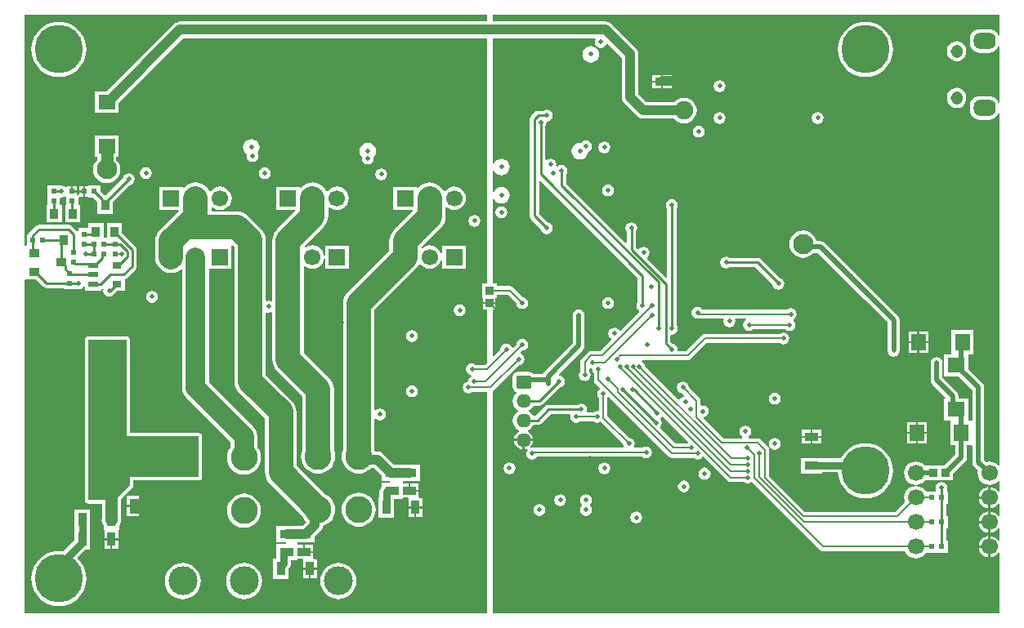
<source format=gbl>
G04*
G04 #@! TF.GenerationSoftware,Altium Limited,Altium Designer,19.1.5 (86)*
G04*
G04 Layer_Physical_Order=4*
G04 Layer_Color=16711680*
%FSLAX25Y25*%
%MOIN*%
G70*
G01*
G75*
%ADD11C,0.01000*%
%ADD18C,0.00800*%
%ADD29R,0.02200X0.02200*%
%ADD30R,0.04331X0.03347*%
%ADD31R,0.05600X0.03800*%
%ADD32R,0.03347X0.04331*%
%ADD34R,0.02200X0.02200*%
%ADD41R,0.05800X0.03600*%
%ADD42R,0.11811X0.06260*%
%ADD43R,0.03600X0.05800*%
%ADD48R,0.03200X0.03200*%
%ADD49R,0.03200X0.03200*%
%ADD60R,0.04000X0.02400*%
%ADD61R,0.03800X0.02800*%
G04:AMPARAMS|DCode=129|XSize=90mil|YSize=68mil|CornerRadius=27.2mil|HoleSize=0mil|Usage=FLASHONLY|Rotation=0.000|XOffset=0mil|YOffset=0mil|HoleType=Round|Shape=RoundedRectangle|*
%AMROUNDEDRECTD129*
21,1,0.09000,0.01360,0,0,0.0*
21,1,0.03560,0.06800,0,0,0.0*
1,1,0.05440,0.01780,-0.00680*
1,1,0.05440,-0.01780,-0.00680*
1,1,0.05440,-0.01780,0.00680*
1,1,0.05440,0.01780,0.00680*
%
%ADD129ROUNDEDRECTD129*%
%ADD130O,0.05000X0.05400*%
%ADD133C,0.02000*%
%ADD134C,0.00700*%
%ADD136C,0.03000*%
%ADD137C,0.04000*%
%ADD139C,0.08000*%
%ADD140C,0.05000*%
%ADD152C,0.19685*%
%ADD153C,0.11024*%
%ADD154C,0.11811*%
%ADD155C,0.08268*%
%ADD156C,0.06693*%
%ADD157R,0.06693X0.06693*%
%ADD158C,0.06693*%
%ADD159C,0.07480*%
%ADD160C,0.06299*%
%ADD161O,0.06000X0.05500*%
G04:AMPARAMS|DCode=162|XSize=55mil|YSize=60mil|CornerRadius=6.88mil|HoleSize=0mil|Usage=FLASHONLY|Rotation=270.000|XOffset=0mil|YOffset=0mil|HoleType=Round|Shape=RoundedRectangle|*
%AMROUNDEDRECTD162*
21,1,0.05500,0.04625,0,0,270.0*
21,1,0.04125,0.06000,0,0,270.0*
1,1,0.01375,-0.02313,-0.02063*
1,1,0.01375,-0.02313,0.02063*
1,1,0.01375,0.02313,0.02063*
1,1,0.01375,0.02313,-0.02063*
%
%ADD162ROUNDEDRECTD162*%
%ADD163C,0.01968*%
%ADD164C,0.04724*%
%ADD165C,0.10000*%
%ADD167R,0.06890X0.06000*%
%ADD168R,0.06000X0.06890*%
%ADD169R,0.11000X0.17000*%
%ADD170R,0.18500X0.17000*%
G36*
X399638Y237676D02*
X399138Y237576D01*
X398879Y238201D01*
X398218Y239062D01*
X397358Y239722D01*
X396356Y240137D01*
X395280Y240279D01*
X391720D01*
X390645Y240137D01*
X389642Y239722D01*
X388782Y239062D01*
X388121Y238201D01*
X387706Y237199D01*
X387564Y236123D01*
Y234763D01*
X387706Y233688D01*
X388121Y232685D01*
X388782Y231825D01*
X389642Y231165D01*
X390645Y230749D01*
X391720Y230608D01*
X395280D01*
X396356Y230749D01*
X397358Y231165D01*
X398218Y231825D01*
X398879Y232685D01*
X399138Y233310D01*
X399638Y233211D01*
Y210332D01*
X399138Y210233D01*
X398879Y210858D01*
X398218Y211718D01*
X397358Y212379D01*
X396356Y212794D01*
X395280Y212936D01*
X391720D01*
X390645Y212794D01*
X389642Y212379D01*
X388782Y211718D01*
X388121Y210858D01*
X387706Y209856D01*
X387564Y208780D01*
Y207420D01*
X387706Y206345D01*
X388121Y205342D01*
X388782Y204482D01*
X389642Y203821D01*
X390645Y203406D01*
X391720Y203264D01*
X395280D01*
X396356Y203406D01*
X397358Y203821D01*
X398218Y204482D01*
X398879Y205342D01*
X399138Y205967D01*
X399638Y205868D01*
Y62182D01*
X399164Y62022D01*
X398885Y62385D01*
X397894Y63146D01*
X396739Y63624D01*
X395500Y63787D01*
X394328Y63633D01*
X393447Y64514D01*
Y94000D01*
X393261Y94936D01*
X392730Y95730D01*
X387730Y100730D01*
X387730Y100730D01*
X386845Y101616D01*
Y107400D01*
X387239Y107655D01*
X388900D01*
Y117345D01*
X380100D01*
Y107655D01*
X379706Y107400D01*
X377155D01*
Y98600D01*
X382939D01*
X384270Y97270D01*
X384270Y97270D01*
X388553Y92986D01*
Y80782D01*
X388400Y80345D01*
X388053Y80345D01*
X387239D01*
X386845Y80600D01*
Y89400D01*
X382947D01*
Y90500D01*
X382761Y91436D01*
X382230Y92230D01*
X376447Y98014D01*
Y104000D01*
X376261Y104936D01*
X375730Y105730D01*
X374936Y106261D01*
X374000Y106447D01*
X373064Y106261D01*
X372270Y105730D01*
X371739Y104936D01*
X371553Y104000D01*
Y97000D01*
X371739Y96064D01*
X372270Y95270D01*
X377639Y89900D01*
X377432Y89400D01*
X377155D01*
Y87687D01*
X377118Y87500D01*
X377155Y87313D01*
Y80600D01*
X379206D01*
X379600Y80345D01*
Y70655D01*
X381553D01*
Y66514D01*
X377039Y62000D01*
X369500D01*
X369500Y62000D01*
Y62000D01*
X369057Y62161D01*
X368885Y62385D01*
X367894Y63146D01*
X366739Y63624D01*
X365500Y63787D01*
X364261Y63624D01*
X363106Y63146D01*
X362115Y62385D01*
X361354Y61394D01*
X360876Y60239D01*
X360713Y59000D01*
X360876Y57761D01*
X361354Y56606D01*
X362115Y55615D01*
X363106Y54854D01*
X364261Y54376D01*
X365199Y54252D01*
Y53748D01*
X364261Y53624D01*
X363106Y53146D01*
X362115Y52385D01*
X361354Y51394D01*
X360876Y50239D01*
X360713Y49000D01*
X360876Y47761D01*
X361128Y47151D01*
X357261Y43284D01*
X320239D01*
X305784Y57739D01*
Y68500D01*
X305648Y69183D01*
X305262Y69762D01*
X302262Y72762D01*
X301683Y73149D01*
X301000Y73284D01*
X297305D01*
X297246Y73367D01*
X297368Y74047D01*
X297719Y74281D01*
X298246Y75070D01*
X298431Y76000D01*
X298246Y76930D01*
X297719Y77719D01*
X296930Y78246D01*
X296000Y78431D01*
X295070Y78246D01*
X294281Y77719D01*
X293754Y76930D01*
X293569Y76000D01*
X293754Y75070D01*
X294281Y74281D01*
X294632Y74047D01*
X294755Y73367D01*
X294695Y73284D01*
X287004D01*
X278874Y81414D01*
X279039Y81956D01*
X279530Y82054D01*
X280319Y82581D01*
X280846Y83370D01*
X281031Y84300D01*
X280846Y85230D01*
X280319Y86019D01*
X279530Y86546D01*
X278600Y86731D01*
X278171Y86646D01*
X277784Y86963D01*
Y88500D01*
X277648Y89183D01*
X277262Y89762D01*
X277262Y89762D01*
X272908Y94115D01*
X272746Y94930D01*
X272219Y95719D01*
X271430Y96246D01*
X270500Y96431D01*
X269570Y96246D01*
X268781Y95719D01*
X268254Y94930D01*
X268069Y94000D01*
X268254Y93070D01*
X268781Y92281D01*
X269570Y91754D01*
X270385Y91592D01*
X271113Y90864D01*
X270948Y90321D01*
X270570Y90246D01*
X269781Y89719D01*
X269405Y89156D01*
X268806Y89047D01*
X255148Y102705D01*
X255004Y103430D01*
X254477Y104219D01*
X253810Y104665D01*
X253951Y105165D01*
X272500D01*
X273202Y105304D01*
X273798Y105702D01*
X280260Y112165D01*
X309955D01*
X310570Y111754D01*
X311500Y111569D01*
X312430Y111754D01*
X313219Y112281D01*
X313746Y113070D01*
X313931Y114000D01*
X313746Y114930D01*
X313219Y115719D01*
X312430Y116246D01*
X311500Y116431D01*
X310570Y116246D01*
X309955Y115835D01*
X279500D01*
X278798Y115696D01*
X278202Y115298D01*
X271740Y108835D01*
X268693D01*
X268376Y109222D01*
X268431Y109500D01*
X268246Y110430D01*
X267719Y111219D01*
X266930Y111746D01*
X266385Y111854D01*
X265437Y112802D01*
Y115287D01*
X265824Y115604D01*
X266000Y115569D01*
X266930Y115754D01*
X267719Y116281D01*
X268246Y117070D01*
X268431Y118000D01*
X268246Y118930D01*
X267937Y119392D01*
Y167108D01*
X268246Y167570D01*
X268431Y168500D01*
X268246Y169430D01*
X267719Y170219D01*
X266930Y170746D01*
X266000Y170931D01*
X265070Y170746D01*
X264281Y170219D01*
X263754Y169430D01*
X263569Y168500D01*
X263754Y167570D01*
X264063Y167108D01*
Y139093D01*
X263601Y138901D01*
X255900Y146603D01*
X255949Y147100D01*
X256219Y147281D01*
X256746Y148070D01*
X256931Y149000D01*
X256746Y149930D01*
X256219Y150719D01*
X255430Y151246D01*
X254500Y151431D01*
X253570Y151246D01*
X252781Y150719D01*
X252600Y150449D01*
X252103Y150400D01*
X251437Y151065D01*
Y157608D01*
X251746Y158070D01*
X251931Y159000D01*
X251746Y159930D01*
X251219Y160719D01*
X250430Y161246D01*
X249500Y161431D01*
X248570Y161246D01*
X247781Y160719D01*
X247254Y159930D01*
X247069Y159000D01*
X247254Y158070D01*
X247563Y157608D01*
Y153330D01*
X247101Y153139D01*
X222937Y177302D01*
Y181108D01*
X223246Y181570D01*
X223431Y182500D01*
X223246Y183430D01*
X222719Y184219D01*
X221930Y184746D01*
X221000Y184931D01*
X220070Y184746D01*
X219286Y184222D01*
X219262Y184227D01*
X218816Y184423D01*
X218931Y185000D01*
X218746Y185930D01*
X218219Y186719D01*
X217430Y187246D01*
X216500Y187431D01*
X215570Y187246D01*
X214937Y186823D01*
X214437Y187036D01*
Y200608D01*
X214746Y201070D01*
X214931Y202000D01*
X214848Y202417D01*
X215000Y202569D01*
X215930Y202754D01*
X216719Y203281D01*
X217246Y204070D01*
X217431Y205000D01*
X217246Y205930D01*
X216719Y206719D01*
X215930Y207246D01*
X215000Y207431D01*
X214070Y207246D01*
X213608Y206937D01*
X211500D01*
X210759Y206790D01*
X210130Y206370D01*
X208630Y204870D01*
X208210Y204241D01*
X208063Y203500D01*
Y164000D01*
X208210Y163259D01*
X208630Y162630D01*
X212646Y158615D01*
X212754Y158070D01*
X213281Y157281D01*
X214070Y156754D01*
X215000Y156569D01*
X215930Y156754D01*
X216719Y157281D01*
X217246Y158070D01*
X217431Y159000D01*
X217246Y159930D01*
X216719Y160719D01*
X215930Y161246D01*
X215385Y161354D01*
X211937Y164802D01*
Y178170D01*
X212399Y178361D01*
X252063Y138698D01*
Y128892D01*
X251754Y128430D01*
X251569Y127500D01*
X251754Y126570D01*
X252281Y125781D01*
X252699Y125502D01*
X252763Y124858D01*
X245142Y117237D01*
X244498Y117301D01*
X244219Y117719D01*
X243430Y118246D01*
X242500Y118431D01*
X241570Y118246D01*
X240781Y117719D01*
X240254Y116930D01*
X240069Y116000D01*
X240254Y115070D01*
X240781Y114281D01*
X241199Y114002D01*
X241263Y113358D01*
X236740Y108835D01*
X233000D01*
X232298Y108696D01*
X231702Y108298D01*
X229202Y105798D01*
X228804Y105202D01*
X228665Y104500D01*
Y100545D01*
X228254Y99930D01*
X228069Y99000D01*
X228254Y98070D01*
X228781Y97281D01*
X229570Y96754D01*
X230500Y96569D01*
X231430Y96754D01*
X232219Y97281D01*
X232746Y98070D01*
X232931Y99000D01*
X232746Y99930D01*
X232335Y100545D01*
Y101355D01*
X232835Y101701D01*
X233500Y101569D01*
X233569Y101500D01*
X233754Y100570D01*
X234216Y99879D01*
Y97000D01*
X234351Y96317D01*
X234738Y95738D01*
X236588Y93889D01*
X236539Y93391D01*
X236281Y93219D01*
X235754Y92430D01*
X235569Y91500D01*
X235754Y90570D01*
X236216Y89879D01*
Y84683D01*
X235829Y84365D01*
X235500Y84431D01*
X234570Y84246D01*
X233879Y83784D01*
X231611D01*
X231289Y84284D01*
X231431Y85000D01*
X231246Y85930D01*
X230719Y86719D01*
X229930Y87246D01*
X229000Y87431D01*
X228070Y87246D01*
X227608Y86937D01*
X215790D01*
X215049Y86790D01*
X214420Y86370D01*
X210613Y82563D01*
X209387D01*
X209375Y82593D01*
X208710Y83460D01*
X207843Y84125D01*
X207693Y84187D01*
Y84687D01*
X207843Y84749D01*
X208710Y85414D01*
X209375Y86281D01*
X209492Y86563D01*
X212000D01*
X212741Y86710D01*
X213370Y87130D01*
X220385Y94146D01*
X220930Y94254D01*
X221719Y94781D01*
X222246Y95570D01*
X222431Y96500D01*
X222246Y97430D01*
X221719Y98219D01*
X220930Y98746D01*
X220082Y98915D01*
X219828Y99368D01*
X229730Y109270D01*
X230261Y110064D01*
X230447Y111000D01*
Y123520D01*
X230261Y124457D01*
X229730Y125251D01*
X228936Y125781D01*
X228000Y125967D01*
X227064Y125781D01*
X226270Y125251D01*
X225739Y124457D01*
X225553Y123520D01*
Y112014D01*
X213770Y100230D01*
X213246Y99447D01*
X209564D01*
X209317Y99815D01*
X208627Y100277D01*
X207812Y100439D01*
X203187D01*
X202373Y100277D01*
X201682Y99815D01*
X201221Y99125D01*
X201059Y98311D01*
Y94186D01*
X201221Y93371D01*
X201682Y92681D01*
X202373Y92219D01*
X202571Y92180D01*
X202696Y91645D01*
X202290Y91334D01*
X201625Y90467D01*
X201207Y89457D01*
X201064Y88374D01*
X201207Y87291D01*
X201625Y86281D01*
X202290Y85414D01*
X203157Y84749D01*
X203307Y84687D01*
Y84187D01*
X203157Y84125D01*
X202290Y83460D01*
X201625Y82593D01*
X201207Y81583D01*
X201064Y80500D01*
X201207Y79417D01*
X201625Y78407D01*
X202290Y77540D01*
X203157Y76875D01*
X203780Y76617D01*
Y76076D01*
X203359Y75902D01*
X202575Y75301D01*
X201974Y74517D01*
X201596Y73605D01*
X201520Y73026D01*
X205500D01*
X209480D01*
X209403Y73605D01*
X209026Y74517D01*
X208424Y75301D01*
X207641Y75902D01*
X207220Y76076D01*
Y76617D01*
X207843Y76875D01*
X208710Y77540D01*
X209375Y78407D01*
X209492Y78689D01*
X211416D01*
X212157Y78836D01*
X212786Y79256D01*
X216592Y83063D01*
X224287D01*
X224681Y82563D01*
X224569Y82000D01*
X224754Y81070D01*
X225281Y80281D01*
X226070Y79754D01*
X227000Y79569D01*
X227930Y79754D01*
X228621Y80216D01*
X233879D01*
X234570Y79754D01*
X235500Y79569D01*
X236430Y79754D01*
X236905Y80071D01*
X246092Y70885D01*
X246254Y70070D01*
X246450Y69776D01*
X246215Y69335D01*
X209500D01*
X209490Y69333D01*
X209000Y69431D01*
X208416Y69315D01*
X208204Y69783D01*
X208424Y69951D01*
X209026Y70735D01*
X209403Y71647D01*
X209480Y72226D01*
X205900D01*
Y68863D01*
X206729Y68972D01*
X206958Y69068D01*
X207054Y68964D01*
X207227Y68637D01*
X206754Y67930D01*
X206569Y67000D01*
X206754Y66070D01*
X207281Y65281D01*
X208070Y64754D01*
X209000Y64569D01*
X209930Y64754D01*
X210719Y65281D01*
X210975Y65665D01*
X253955D01*
X254570Y65254D01*
X255500Y65069D01*
X256430Y65254D01*
X257219Y65781D01*
X257746Y66570D01*
X257931Y67500D01*
X257746Y68430D01*
X257219Y69219D01*
X256430Y69746D01*
X255500Y69931D01*
X254570Y69746D01*
X253955Y69335D01*
X250785D01*
X250550Y69776D01*
X250746Y70070D01*
X250931Y71000D01*
X250746Y71930D01*
X250219Y72719D01*
X249430Y73246D01*
X248615Y73408D01*
X239784Y82239D01*
Y89879D01*
X239891Y90039D01*
X240389Y90088D01*
X264738Y65738D01*
X264738Y65738D01*
X265317Y65351D01*
X266000Y65216D01*
X266000Y65216D01*
X274879D01*
X275570Y64754D01*
X276500Y64569D01*
X277430Y64754D01*
X278219Y65281D01*
X278488Y65684D01*
X278986Y65733D01*
X288723Y55997D01*
X289318Y55599D01*
X290021Y55459D01*
X295455D01*
X296070Y55049D01*
X297000Y54864D01*
X297930Y55049D01*
X298528Y55448D01*
X326238Y27738D01*
X326817Y27351D01*
X327500Y27216D01*
X327500Y27216D01*
X361102D01*
X361354Y26606D01*
X362115Y25615D01*
X363106Y24854D01*
X364261Y24376D01*
X365500Y24213D01*
X366739Y24376D01*
X367894Y24854D01*
X368885Y25615D01*
X369564Y26500D01*
X378500D01*
Y31500D01*
X377937D01*
Y36500D01*
X378500D01*
Y41500D01*
X377937D01*
Y46500D01*
X378500D01*
Y51500D01*
X378467D01*
X378199Y52000D01*
X378246Y52070D01*
X378431Y53000D01*
X378246Y53930D01*
X377719Y54719D01*
X376930Y55246D01*
X376000Y55431D01*
X375070Y55246D01*
X374281Y54719D01*
X373754Y53930D01*
X373569Y53000D01*
X373754Y52070D01*
X373801Y52000D01*
X373533Y51500D01*
X369564D01*
X368885Y52385D01*
X367894Y53146D01*
X366739Y53624D01*
X365800Y53748D01*
Y54252D01*
X366739Y54376D01*
X367894Y54854D01*
X368885Y55615D01*
X369054Y55834D01*
X369500Y56000D01*
Y56000D01*
X369500Y56000D01*
X380500D01*
Y58539D01*
X385730Y63770D01*
X386261Y64564D01*
X386447Y65500D01*
Y70655D01*
X388400Y70655D01*
X388553Y70218D01*
Y63500D01*
X388739Y62564D01*
X389270Y61770D01*
X390867Y60172D01*
X390713Y59000D01*
X390876Y57761D01*
X391354Y56606D01*
X392115Y55615D01*
X393106Y54854D01*
X394261Y54376D01*
X395500Y54213D01*
X396739Y54376D01*
X397894Y54854D01*
X398885Y55615D01*
X399164Y55978D01*
X399638Y55818D01*
Y51569D01*
X399138Y51399D01*
X398600Y52100D01*
X397692Y52797D01*
X396635Y53235D01*
X395900Y53331D01*
Y49000D01*
Y44669D01*
X396635Y44765D01*
X397692Y45203D01*
X398600Y45900D01*
X399138Y46601D01*
X399638Y46431D01*
Y41569D01*
X399138Y41399D01*
X398600Y42100D01*
X397692Y42797D01*
X396635Y43235D01*
X395900Y43331D01*
Y39000D01*
Y34669D01*
X396635Y34765D01*
X397692Y35203D01*
X398600Y35900D01*
X399138Y36601D01*
X399638Y36431D01*
Y31569D01*
X399138Y31399D01*
X398600Y32100D01*
X397692Y32797D01*
X396635Y33235D01*
X395900Y33331D01*
Y29000D01*
Y24669D01*
X396635Y24765D01*
X397692Y25203D01*
X398600Y25900D01*
X399138Y26601D01*
X399638Y26431D01*
Y1937D01*
X192913D01*
Y92506D01*
X193262Y92738D01*
X203615Y103092D01*
X204430Y103254D01*
X205219Y103781D01*
X205746Y104570D01*
X205931Y105500D01*
X205746Y106430D01*
X205219Y107219D01*
X204458Y107727D01*
X204383Y107806D01*
X204254Y108231D01*
X205115Y109092D01*
X205930Y109254D01*
X206719Y109781D01*
X207246Y110570D01*
X207431Y111500D01*
X207246Y112430D01*
X206719Y113219D01*
X205930Y113746D01*
X205000Y113931D01*
X204070Y113746D01*
X203281Y113219D01*
X202754Y112430D01*
X202592Y111615D01*
X201231Y110254D01*
X200806Y110383D01*
X200727Y110458D01*
X200219Y111219D01*
X199430Y111746D01*
X198500Y111931D01*
X197570Y111746D01*
X196781Y111219D01*
X196254Y110430D01*
X196092Y109615D01*
X193375Y106899D01*
X192913Y107090D01*
Y125900D01*
X194100D01*
Y128100D01*
X191500D01*
X188900D01*
Y125900D01*
X190500D01*
Y104023D01*
X189761Y103284D01*
X186121D01*
X185430Y103746D01*
X184500Y103931D01*
X183570Y103746D01*
X182781Y103219D01*
X182254Y102430D01*
X182069Y101500D01*
X182254Y100570D01*
X182781Y99781D01*
X183570Y99254D01*
X184079Y99153D01*
X184184Y98622D01*
X183581Y98219D01*
X183054Y97430D01*
X182869Y96500D01*
X182891Y96389D01*
X182170Y96246D01*
X181381Y95719D01*
X180854Y94930D01*
X180669Y94000D01*
X180854Y93070D01*
X181381Y92281D01*
X182170Y91754D01*
X183100Y91569D01*
X184030Y91754D01*
X184721Y92216D01*
X190500D01*
Y1937D01*
X1937D01*
Y137855D01*
X2300Y138187D01*
X2437Y138187D01*
X6691D01*
X9747Y135130D01*
X10376Y134710D01*
X11117Y134563D01*
X17850D01*
Y134000D01*
X22850D01*
Y134000D01*
X23349Y134198D01*
X24000Y134069D01*
X24930Y134254D01*
X25719Y134781D01*
X26028Y135244D01*
X26528Y135092D01*
Y133660D01*
X33328D01*
Y134247D01*
X33811Y134407D01*
X34052Y134244D01*
X34187Y134093D01*
X34069Y133500D01*
X34254Y132570D01*
X34781Y131781D01*
X35570Y131254D01*
X36500Y131069D01*
X37430Y131254D01*
X38219Y131781D01*
X38596Y132346D01*
X39710Y133460D01*
X43071D01*
Y138206D01*
X43091Y138210D01*
X43719Y138630D01*
X47219Y142130D01*
X47639Y142759D01*
X47787Y143500D01*
Y150248D01*
X47639Y150989D01*
X47219Y151618D01*
X43467Y155370D01*
X43467Y155370D01*
X41663Y157174D01*
Y161073D01*
X35516D01*
Y155000D01*
X34183D01*
Y161073D01*
X28036D01*
Y159000D01*
X23850D01*
Y157827D01*
X23349Y157675D01*
X23219Y157870D01*
X21219Y159870D01*
X20591Y160290D01*
X19850Y160437D01*
X7850D01*
X7108Y160290D01*
X6480Y159870D01*
X3980Y157370D01*
X3560Y156741D01*
X3512Y156500D01*
X2850D01*
Y152167D01*
X2496Y151813D01*
X2300D01*
X1937Y152145D01*
Y246094D01*
X190500D01*
Y243429D01*
X65445D01*
X64557Y243313D01*
X63730Y242970D01*
X63020Y242425D01*
X35495Y214900D01*
X30655D01*
Y206100D01*
X40345D01*
Y210050D01*
X66865Y236571D01*
X190500D01*
Y136500D01*
X188500D01*
Y130500D01*
X188900D01*
Y128900D01*
X191500D01*
X194100D01*
Y130500D01*
X194500D01*
Y131665D01*
X199240D01*
X202610Y128295D01*
X202754Y127570D01*
X203281Y126781D01*
X204070Y126254D01*
X205000Y126069D01*
X205930Y126254D01*
X206719Y126781D01*
X207246Y127570D01*
X207431Y128500D01*
X207246Y129430D01*
X206719Y130219D01*
X205930Y130746D01*
X205205Y130890D01*
X201298Y134798D01*
X200702Y135196D01*
X200000Y135335D01*
X194500D01*
Y136500D01*
X192913D01*
Y170968D01*
X193413Y171067D01*
X193530Y170785D01*
X194075Y170075D01*
X194785Y169530D01*
X195612Y169187D01*
X196500Y169071D01*
X197388Y169187D01*
X198215Y169530D01*
X198925Y170075D01*
X199470Y170785D01*
X199812Y171612D01*
X199929Y172500D01*
X199812Y173388D01*
X199470Y174215D01*
X198925Y174925D01*
X198215Y175470D01*
X197388Y175812D01*
X196500Y175929D01*
X195612Y175812D01*
X194785Y175470D01*
X194075Y174925D01*
X193530Y174215D01*
X193413Y173933D01*
X192913Y174032D01*
Y182468D01*
X193413Y182567D01*
X193530Y182285D01*
X194075Y181575D01*
X194785Y181030D01*
X195612Y180687D01*
X196500Y180571D01*
X197388Y180687D01*
X198215Y181030D01*
X198925Y181575D01*
X199470Y182285D01*
X199812Y183112D01*
X199929Y184000D01*
X199812Y184888D01*
X199470Y185715D01*
X198925Y186425D01*
X198215Y186970D01*
X197388Y187312D01*
X196500Y187429D01*
X195612Y187312D01*
X194785Y186970D01*
X194075Y186425D01*
X193530Y185715D01*
X193413Y185433D01*
X192913Y185532D01*
Y236571D01*
X234652D01*
X234887Y236130D01*
X234754Y235930D01*
X234569Y235000D01*
X234754Y234070D01*
X235281Y233281D01*
X236070Y232754D01*
X237000Y232569D01*
X237930Y232754D01*
X238719Y233281D01*
X239246Y234070D01*
X239281Y234246D01*
X239759Y234391D01*
X245571Y228579D01*
Y212500D01*
X245688Y211612D01*
X246030Y210785D01*
X246575Y210075D01*
X251875Y204775D01*
X252585Y204230D01*
X253412Y203888D01*
X254300Y203771D01*
X266999D01*
X267334Y203334D01*
X268408Y202510D01*
X269658Y201992D01*
X271000Y201816D01*
X272342Y201992D01*
X273592Y202510D01*
X274666Y203334D01*
X275490Y204408D01*
X276008Y205658D01*
X276185Y207000D01*
X276008Y208342D01*
X275490Y209592D01*
X274666Y210666D01*
X273592Y211490D01*
X272342Y212008D01*
X271000Y212185D01*
X269658Y212008D01*
X268408Y211490D01*
X267334Y210666D01*
X267306Y210629D01*
X255720D01*
X252429Y213920D01*
Y230000D01*
X252312Y230888D01*
X251970Y231715D01*
X251425Y232425D01*
X241425Y242425D01*
X240715Y242970D01*
X239888Y243313D01*
X239000Y243429D01*
X192913D01*
Y246094D01*
X399638D01*
Y237676D01*
D02*
G37*
G36*
X272733Y71986D02*
X272685Y71488D01*
X272379Y71284D01*
X267504D01*
X261200Y77588D01*
X261219Y77781D01*
X261746Y78570D01*
X261931Y79500D01*
X261746Y80430D01*
X261219Y81219D01*
Y81447D01*
X261719Y81781D01*
X261988Y82184D01*
X262486Y82234D01*
X272733Y71986D01*
D02*
G37*
%LPC*%
G36*
X382200Y235453D02*
X381182Y235318D01*
X380233Y234926D01*
X379418Y234300D01*
X378793Y233486D01*
X378400Y232537D01*
X378266Y231519D01*
Y231119D01*
X378400Y230101D01*
X378793Y229152D01*
X379418Y228337D01*
X380233Y227712D01*
X381182Y227319D01*
X382200Y227185D01*
X383218Y227319D01*
X384167Y227712D01*
X384981Y228337D01*
X385607Y229152D01*
X386000Y230101D01*
X386134Y231119D01*
Y231519D01*
X386000Y232537D01*
X385607Y233486D01*
X384981Y234300D01*
X384167Y234926D01*
X383218Y235318D01*
X382200Y235453D01*
D02*
G37*
G36*
X233000Y233429D02*
X232112Y233313D01*
X231285Y232970D01*
X230575Y232425D01*
X230030Y231715D01*
X229688Y230888D01*
X229571Y230000D01*
X229688Y229112D01*
X230030Y228285D01*
X230575Y227575D01*
X231285Y227030D01*
X232112Y226688D01*
X233000Y226571D01*
X233888Y226688D01*
X234715Y227030D01*
X235425Y227575D01*
X235970Y228285D01*
X236313Y229112D01*
X236429Y230000D01*
X236313Y230888D01*
X235970Y231715D01*
X235425Y232425D01*
X234715Y232970D01*
X233888Y233313D01*
X233000Y233429D01*
D02*
G37*
G36*
X345000Y243277D02*
X343236Y243138D01*
X341515Y242725D01*
X339880Y242048D01*
X338371Y241124D01*
X337026Y239974D01*
X335876Y238629D01*
X334952Y237120D01*
X334275Y235485D01*
X333862Y233764D01*
X333723Y232000D01*
X333862Y230236D01*
X334275Y228515D01*
X334952Y226880D01*
X335876Y225371D01*
X337026Y224026D01*
X338371Y222877D01*
X339880Y221952D01*
X341515Y221275D01*
X343236Y220862D01*
X345000Y220723D01*
X346764Y220862D01*
X348485Y221275D01*
X350120Y221952D01*
X351629Y222877D01*
X352974Y224026D01*
X354123Y225371D01*
X355048Y226880D01*
X355725Y228515D01*
X356138Y230236D01*
X356277Y232000D01*
X356138Y233764D01*
X355725Y235485D01*
X355048Y237120D01*
X354123Y238629D01*
X352974Y239974D01*
X351629Y241124D01*
X350120Y242048D01*
X348485Y242725D01*
X346764Y243138D01*
X345000Y243277D01*
D02*
G37*
G36*
X16000D02*
X14236Y243138D01*
X12515Y242725D01*
X10880Y242048D01*
X9371Y241124D01*
X8026Y239974D01*
X6876Y238629D01*
X5952Y237120D01*
X5275Y235485D01*
X4862Y233764D01*
X4723Y232000D01*
X4862Y230236D01*
X5275Y228515D01*
X5952Y226880D01*
X6876Y225371D01*
X8026Y224026D01*
X9371Y222877D01*
X10880Y221952D01*
X12515Y221275D01*
X14236Y220862D01*
X16000Y220723D01*
X17764Y220862D01*
X19485Y221275D01*
X21120Y221952D01*
X22629Y222877D01*
X23974Y224026D01*
X25124Y225371D01*
X26048Y226880D01*
X26725Y228515D01*
X27138Y230236D01*
X27277Y232000D01*
X27138Y233764D01*
X26725Y235485D01*
X26048Y237120D01*
X25124Y238629D01*
X23974Y239974D01*
X22629Y241124D01*
X21120Y242048D01*
X19485Y242725D01*
X17764Y243138D01*
X16000Y243277D01*
D02*
G37*
G36*
X265900Y221600D02*
X262400D01*
Y219200D01*
X265900D01*
Y221600D01*
D02*
G37*
G36*
X261600D02*
X258100D01*
Y219200D01*
X261600D01*
Y221600D01*
D02*
G37*
G36*
X265900Y218400D02*
X262400D01*
Y216000D01*
X265900D01*
Y218400D01*
D02*
G37*
G36*
X261600D02*
X258100D01*
Y216000D01*
X261600D01*
Y218400D01*
D02*
G37*
G36*
X285500Y219431D02*
X284570Y219246D01*
X283781Y218719D01*
X283254Y217930D01*
X283069Y217000D01*
X283254Y216070D01*
X283781Y215281D01*
X284570Y214754D01*
X285500Y214569D01*
X286430Y214754D01*
X287219Y215281D01*
X287746Y216070D01*
X287931Y217000D01*
X287746Y217930D01*
X287219Y218719D01*
X286430Y219246D01*
X285500Y219431D01*
D02*
G37*
G36*
X382200Y216358D02*
X381182Y216224D01*
X380233Y215831D01*
X379418Y215206D01*
X378793Y214391D01*
X378400Y213442D01*
X378266Y212424D01*
Y212024D01*
X378400Y211006D01*
X378793Y210058D01*
X379418Y209243D01*
X380233Y208618D01*
X381182Y208225D01*
X382200Y208091D01*
X383218Y208225D01*
X384167Y208618D01*
X384981Y209243D01*
X385607Y210058D01*
X386000Y211006D01*
X386134Y212024D01*
Y212424D01*
X386000Y213442D01*
X385607Y214391D01*
X384981Y215206D01*
X384167Y215831D01*
X383218Y216224D01*
X382200Y216358D01*
D02*
G37*
G36*
X325500Y206431D02*
X324570Y206246D01*
X323781Y205719D01*
X323254Y204930D01*
X323069Y204000D01*
X323254Y203070D01*
X323781Y202281D01*
X324570Y201754D01*
X325500Y201569D01*
X326430Y201754D01*
X327219Y202281D01*
X327746Y203070D01*
X327931Y204000D01*
X327746Y204930D01*
X327219Y205719D01*
X326430Y206246D01*
X325500Y206431D01*
D02*
G37*
G36*
X285500D02*
X284570Y206246D01*
X283781Y205719D01*
X283254Y204930D01*
X283069Y204000D01*
X283254Y203070D01*
X283781Y202281D01*
X284570Y201754D01*
X285500Y201569D01*
X286430Y201754D01*
X287219Y202281D01*
X287746Y203070D01*
X287931Y204000D01*
X287746Y204930D01*
X287219Y205719D01*
X286430Y206246D01*
X285500Y206431D01*
D02*
G37*
G36*
X277000Y200931D02*
X276070Y200746D01*
X275281Y200219D01*
X274754Y199430D01*
X274569Y198500D01*
X274754Y197570D01*
X275281Y196781D01*
X276070Y196254D01*
X277000Y196069D01*
X277930Y196254D01*
X278719Y196781D01*
X279246Y197570D01*
X279431Y198500D01*
X279246Y199430D01*
X278719Y200219D01*
X277930Y200746D01*
X277000Y200931D01*
D02*
G37*
G36*
X231000Y194931D02*
X230070Y194746D01*
X229281Y194219D01*
X229040Y193858D01*
X228500Y193929D01*
X227612Y193813D01*
X226785Y193470D01*
X226075Y192925D01*
X225530Y192215D01*
X225187Y191388D01*
X225071Y190500D01*
X225187Y189612D01*
X225530Y188785D01*
X226075Y188075D01*
X226785Y187530D01*
X227612Y187188D01*
X228500Y187071D01*
X229388Y187188D01*
X230215Y187530D01*
X230925Y188075D01*
X231470Y188785D01*
X231813Y189612D01*
X231896Y190247D01*
X231930Y190254D01*
X232719Y190781D01*
X233246Y191570D01*
X233431Y192500D01*
X233246Y193430D01*
X232719Y194219D01*
X231930Y194746D01*
X231000Y194931D01*
D02*
G37*
G36*
X238504Y194435D02*
X237574Y194250D01*
X236785Y193723D01*
X236258Y192934D01*
X236073Y192004D01*
X236258Y191074D01*
X236785Y190285D01*
X237574Y189758D01*
X238504Y189573D01*
X239434Y189758D01*
X240223Y190285D01*
X240750Y191074D01*
X240935Y192004D01*
X240750Y192934D01*
X240223Y193723D01*
X239434Y194250D01*
X238504Y194435D01*
D02*
G37*
G36*
X94500Y195429D02*
X93612Y195312D01*
X92785Y194970D01*
X92075Y194425D01*
X91530Y193715D01*
X91188Y192888D01*
X91071Y192000D01*
X91188Y191112D01*
X91530Y190285D01*
X92075Y189575D01*
X92689Y189104D01*
X92569Y188500D01*
X92754Y187570D01*
X93281Y186781D01*
X94070Y186254D01*
X95000Y186069D01*
X95930Y186254D01*
X96719Y186781D01*
X97246Y187570D01*
X97431Y188500D01*
X97246Y189430D01*
X97045Y189731D01*
X97470Y190285D01*
X97812Y191112D01*
X97929Y192000D01*
X97812Y192888D01*
X97470Y193715D01*
X96925Y194425D01*
X96215Y194970D01*
X95388Y195312D01*
X94500Y195429D01*
D02*
G37*
G36*
X142000Y193929D02*
X141112Y193813D01*
X140285Y193470D01*
X139575Y192925D01*
X139030Y192215D01*
X138688Y191388D01*
X138571Y190500D01*
X138688Y189612D01*
X139030Y188785D01*
X139575Y188075D01*
X139669Y188003D01*
X139569Y187500D01*
X139754Y186570D01*
X140281Y185781D01*
X141070Y185254D01*
X142000Y185069D01*
X142930Y185254D01*
X143719Y185781D01*
X144246Y186570D01*
X144431Y187500D01*
X144331Y188003D01*
X144425Y188075D01*
X144970Y188785D01*
X145312Y189612D01*
X145429Y190500D01*
X145312Y191388D01*
X144970Y192215D01*
X144425Y192925D01*
X143715Y193470D01*
X142888Y193813D01*
X142000Y193929D01*
D02*
G37*
G36*
X100000Y183931D02*
X99070Y183746D01*
X98281Y183219D01*
X97754Y182430D01*
X97569Y181500D01*
X97754Y180570D01*
X98281Y179781D01*
X99070Y179254D01*
X100000Y179069D01*
X100930Y179254D01*
X101719Y179781D01*
X102246Y180570D01*
X102431Y181500D01*
X102246Y182430D01*
X101719Y183219D01*
X100930Y183746D01*
X100000Y183931D01*
D02*
G37*
G36*
X51500D02*
X50570Y183746D01*
X49781Y183219D01*
X49254Y182430D01*
X49069Y181500D01*
X49254Y180570D01*
X49781Y179781D01*
X50570Y179254D01*
X51500Y179069D01*
X52430Y179254D01*
X53219Y179781D01*
X53746Y180570D01*
X53931Y181500D01*
X53746Y182430D01*
X53219Y183219D01*
X52430Y183746D01*
X51500Y183931D01*
D02*
G37*
G36*
X147500Y183431D02*
X146570Y183246D01*
X145781Y182719D01*
X145254Y181930D01*
X145069Y181000D01*
X145254Y180070D01*
X145781Y179281D01*
X146570Y178754D01*
X147500Y178569D01*
X148430Y178754D01*
X149219Y179281D01*
X149746Y180070D01*
X149931Y181000D01*
X149746Y181930D01*
X149219Y182719D01*
X148430Y183246D01*
X147500Y183431D01*
D02*
G37*
G36*
X40345Y196900D02*
X30655D01*
Y188100D01*
X31566D01*
Y186957D01*
X31553Y186947D01*
X30666Y185791D01*
X30109Y184445D01*
X29918Y183000D01*
X30109Y181555D01*
X30666Y180209D01*
X31553Y179053D01*
X32709Y178166D01*
X34055Y177609D01*
X35500Y177418D01*
X36945Y177609D01*
X38291Y178166D01*
X39447Y179053D01*
X40334Y180209D01*
X40891Y181555D01*
X41082Y183000D01*
X40891Y184445D01*
X40334Y185791D01*
X39447Y186947D01*
X39434Y186957D01*
Y188100D01*
X40345D01*
Y196900D01*
D02*
G37*
G36*
X167228Y177679D02*
X165973Y177555D01*
X164767Y177190D01*
X163655Y176595D01*
X162680Y175795D01*
X162445Y175509D01*
X161974Y175677D01*
Y175995D01*
X152481D01*
Y166502D01*
X160200D01*
X160407Y166002D01*
X152680Y158275D01*
X151881Y157301D01*
X151286Y156189D01*
X150920Y154982D01*
X150797Y153728D01*
Y149912D01*
X133720Y132835D01*
X132921Y131861D01*
X132326Y130749D01*
X131960Y129543D01*
X131837Y128288D01*
Y68398D01*
X131456Y67142D01*
X131323Y65787D01*
X131456Y64432D01*
X131851Y63130D01*
X132493Y61929D01*
X133357Y60876D01*
X134409Y60013D01*
X135610Y59371D01*
X136913Y58976D01*
X138268Y58842D01*
X139623Y58976D01*
X140926Y59371D01*
X142126Y60013D01*
X143179Y60876D01*
X143292Y61014D01*
X144536D01*
X147800Y57750D01*
Y55800D01*
X150382D01*
X150412Y55787D01*
X151077Y55700D01*
X151044Y55200D01*
X147800D01*
Y53737D01*
X147632Y53568D01*
X147167Y52962D01*
X146875Y52257D01*
X146775Y51500D01*
Y49300D01*
X146400D01*
Y40700D01*
X152800D01*
Y48600D01*
X156200D01*
Y49000D01*
X158141D01*
X158600Y48900D01*
X158600Y48500D01*
Y45400D01*
X161400D01*
X164200D01*
Y48900D01*
X163259D01*
X162800Y49000D01*
X162800Y49400D01*
Y51500D01*
X159000D01*
Y51900D01*
X158600D01*
Y54800D01*
X156512D01*
X156461Y54865D01*
X156288Y55171D01*
X156491Y55671D01*
X159000D01*
X159888Y55787D01*
X159918Y55800D01*
X163200D01*
Y62400D01*
X159918D01*
X159888Y62413D01*
X159000Y62529D01*
X152720D01*
X148381Y66868D01*
X147671Y67413D01*
X146844Y67756D01*
X145957Y67873D01*
X144858D01*
X144699Y68398D01*
Y81253D01*
X145199Y81404D01*
X145281Y81281D01*
X146070Y80754D01*
X147000Y80569D01*
X147930Y80754D01*
X148719Y81281D01*
X149246Y82070D01*
X149431Y83000D01*
X149246Y83930D01*
X148719Y84719D01*
X147930Y85246D01*
X147000Y85431D01*
X146070Y85246D01*
X145281Y84719D01*
X145199Y84596D01*
X144699Y84747D01*
Y125624D01*
X161775Y142701D01*
X162575Y143675D01*
X162937Y144353D01*
X163435Y144394D01*
X163842Y143863D01*
X164834Y143102D01*
X165989Y142624D01*
X167228Y142461D01*
X168467Y142624D01*
X169621Y143102D01*
X170613Y143863D01*
X171374Y144854D01*
X171852Y146009D01*
X171981Y146991D01*
X172481Y146958D01*
Y142502D01*
X181974D01*
Y151995D01*
X172481D01*
Y147538D01*
X171981Y147505D01*
X171852Y148487D01*
X171374Y149642D01*
X170613Y150633D01*
X169621Y151394D01*
X168467Y151872D01*
X167228Y152035D01*
X165989Y151872D01*
X164834Y151394D01*
X164241Y150939D01*
X163910Y151315D01*
X171775Y159180D01*
X172575Y160155D01*
X173169Y161267D01*
X173535Y162473D01*
X173659Y163728D01*
Y167374D01*
X174159Y167620D01*
X174834Y167102D01*
X175989Y166624D01*
X177228Y166461D01*
X178467Y166624D01*
X179621Y167102D01*
X180613Y167863D01*
X181374Y168854D01*
X181852Y170009D01*
X182015Y171248D01*
X181852Y172487D01*
X181374Y173642D01*
X180613Y174633D01*
X179621Y175394D01*
X178467Y175872D01*
X177228Y176035D01*
X175989Y175872D01*
X174834Y175394D01*
X173843Y174633D01*
X173435Y174103D01*
X172937Y174143D01*
X172575Y174821D01*
X171775Y175795D01*
X170801Y176595D01*
X169689Y177190D01*
X168482Y177555D01*
X167228Y177679D01*
D02*
G37*
G36*
X119478D02*
X118223Y177555D01*
X117017Y177190D01*
X115905Y176595D01*
X114930Y175795D01*
X114695Y175509D01*
X114224Y175677D01*
Y175995D01*
X104731D01*
Y166502D01*
X112253D01*
X112445Y166040D01*
X104931Y158526D01*
X104131Y157551D01*
X103537Y156439D01*
X103171Y155233D01*
X103047Y153978D01*
Y147248D01*
Y129364D01*
X102606Y129128D01*
X102430Y129246D01*
X101500Y129431D01*
X100931Y129318D01*
X100431Y129709D01*
Y154000D01*
X100307Y155255D01*
X99941Y156461D01*
X99347Y157573D01*
X98547Y158547D01*
X93047Y164047D01*
X92073Y164847D01*
X90961Y165441D01*
X89755Y165807D01*
X88500Y165931D01*
X78159D01*
Y167374D01*
X78659Y167620D01*
X79334Y167102D01*
X80489Y166624D01*
X81728Y166461D01*
X82967Y166624D01*
X84121Y167102D01*
X85113Y167863D01*
X85874Y168854D01*
X86352Y170009D01*
X86515Y171248D01*
X86352Y172487D01*
X85874Y173642D01*
X85113Y174633D01*
X84121Y175394D01*
X82967Y175872D01*
X81728Y176035D01*
X80489Y175872D01*
X79334Y175394D01*
X78342Y174633D01*
X77935Y174103D01*
X77437Y174143D01*
X77075Y174821D01*
X76275Y175795D01*
X75301Y176595D01*
X74189Y177190D01*
X72982Y177555D01*
X71728Y177679D01*
X70473Y177555D01*
X69267Y177190D01*
X68155Y176595D01*
X67180Y175795D01*
X66945Y175509D01*
X66474Y175677D01*
Y175995D01*
X56981D01*
Y166502D01*
X64700D01*
X64907Y166002D01*
X62953Y164047D01*
X62953Y164047D01*
X57234Y158329D01*
X56434Y157354D01*
X55840Y156242D01*
X55474Y155036D01*
X55350Y153781D01*
Y147792D01*
X55297Y147248D01*
X55420Y145993D01*
X55786Y144787D01*
X56381Y143675D01*
X57180Y142701D01*
X58155Y141901D01*
X59267Y141307D01*
X60473Y140941D01*
X61728Y140817D01*
X61781D01*
X63036Y140941D01*
X64242Y141307D01*
X65354Y141901D01*
X65829Y142291D01*
X66281Y142077D01*
Y93772D01*
X66467Y92363D01*
X67011Y91049D01*
X67876Y89921D01*
X86053Y71744D01*
Y69652D01*
X85725Y69252D01*
X85083Y68051D01*
X84688Y66749D01*
X84555Y65394D01*
X84688Y64039D01*
X85083Y62736D01*
X85725Y61535D01*
X86589Y60483D01*
X87641Y59619D01*
X88842Y58977D01*
X90145Y58582D01*
X91500Y58448D01*
X92855Y58582D01*
X94158Y58977D01*
X95359Y59619D01*
X96411Y60483D01*
X97275Y61535D01*
X97917Y62736D01*
X98312Y64039D01*
X98445Y65394D01*
X98312Y66749D01*
X97917Y68051D01*
X97275Y69252D01*
X96947Y69652D01*
Y74000D01*
X96761Y75410D01*
X96217Y76723D01*
X95351Y77851D01*
X77174Y96028D01*
Y142502D01*
X86474D01*
X86474Y151607D01*
Y151612D01*
Y151612D01*
X86474Y151724D01*
X86666Y151803D01*
X86974Y151931D01*
X87569Y151336D01*
Y96500D01*
X87693Y95245D01*
X88059Y94039D01*
X88653Y92927D01*
X89453Y91953D01*
X100069Y81336D01*
Y59366D01*
X100193Y58112D01*
X100559Y56905D01*
X101153Y55793D01*
X101953Y54819D01*
X115339Y41432D01*
X115957Y40275D01*
X116821Y39223D01*
X116828Y39078D01*
X115279Y37529D01*
X109000D01*
X108112Y37413D01*
X108082Y37400D01*
X104800D01*
Y30800D01*
X108082D01*
X108112Y30788D01*
X108777Y30700D01*
X108744Y30200D01*
X104800D01*
Y26690D01*
X104775Y26500D01*
Y24300D01*
X103400D01*
Y15700D01*
X109800D01*
Y20173D01*
X110233Y20738D01*
X110525Y21443D01*
X110625Y22200D01*
Y23600D01*
X113200D01*
Y24000D01*
X115141D01*
X115600Y23900D01*
X115600Y23500D01*
Y20400D01*
X118400D01*
X121200D01*
Y23900D01*
X120259D01*
X119800Y24000D01*
X119800Y24400D01*
Y26500D01*
X116000D01*
Y26900D01*
X115600D01*
Y29800D01*
X113512D01*
X113461Y29866D01*
X113288Y30171D01*
X113491Y30671D01*
X116700D01*
X117588Y30788D01*
X117618Y30800D01*
X120200D01*
Y32750D01*
X122813Y35364D01*
X123358Y36074D01*
X123701Y36901D01*
X123784Y37534D01*
X124390Y37717D01*
X125591Y38359D01*
X126643Y39223D01*
X127507Y40275D01*
X128149Y41476D01*
X128544Y42779D01*
X128677Y44134D01*
X128544Y45489D01*
X128149Y46792D01*
X127507Y47992D01*
X126643Y49045D01*
X125591Y49909D01*
X124434Y50527D01*
X112931Y62030D01*
Y84000D01*
X112807Y85255D01*
X112441Y86461D01*
X111847Y87573D01*
X111047Y88547D01*
X100431Y99164D01*
Y124291D01*
X100931Y124682D01*
X101500Y124569D01*
X102430Y124754D01*
X102606Y124872D01*
X103047Y124636D01*
Y105522D01*
X103171Y104267D01*
X103537Y103061D01*
X104131Y101949D01*
X104931Y100975D01*
X115301Y90604D01*
Y68398D01*
X114920Y67142D01*
X114787Y65787D01*
X114920Y64432D01*
X115316Y63130D01*
X115957Y61929D01*
X116821Y60876D01*
X117874Y60013D01*
X119074Y59371D01*
X120377Y58976D01*
X121732Y58842D01*
X123087Y58976D01*
X124390Y59371D01*
X125591Y60013D01*
X126643Y60876D01*
X127507Y61929D01*
X128149Y63130D01*
X128544Y64432D01*
X128677Y65787D01*
X128544Y67142D01*
X128163Y68398D01*
Y93268D01*
X128040Y94522D01*
X127674Y95729D01*
X127079Y96841D01*
X126280Y97815D01*
X115909Y108186D01*
Y143374D01*
X116409Y143620D01*
X117084Y143102D01*
X118239Y142624D01*
X119478Y142461D01*
X120717Y142624D01*
X121872Y143102D01*
X122863Y143863D01*
X123624Y144854D01*
X124102Y146009D01*
X124232Y146991D01*
X124732Y146958D01*
Y142502D01*
X134224D01*
Y151995D01*
X124732D01*
Y147538D01*
X124232Y147505D01*
X124102Y148487D01*
X123624Y149642D01*
X122863Y150633D01*
X121872Y151394D01*
X120717Y151872D01*
X119478Y152035D01*
X118239Y151872D01*
X117084Y151394D01*
X116729Y151121D01*
X116189Y151337D01*
X116154Y151559D01*
X124025Y159430D01*
X124825Y160405D01*
X125419Y161517D01*
X125785Y162723D01*
X125909Y163978D01*
Y167374D01*
X126409Y167620D01*
X127084Y167102D01*
X128239Y166624D01*
X129478Y166461D01*
X130717Y166624D01*
X131871Y167102D01*
X132863Y167863D01*
X133624Y168854D01*
X134102Y170009D01*
X134265Y171248D01*
X134102Y172487D01*
X133624Y173642D01*
X132863Y174633D01*
X131871Y175394D01*
X130717Y175872D01*
X129478Y176035D01*
X128239Y175872D01*
X127084Y175394D01*
X126093Y174633D01*
X125685Y174103D01*
X125187Y174143D01*
X124825Y174821D01*
X124025Y175795D01*
X123051Y176595D01*
X121939Y177190D01*
X120732Y177555D01*
X119478Y177679D01*
D02*
G37*
G36*
X23449Y176100D02*
X21749D01*
Y174400D01*
X23449D01*
Y176100D01*
D02*
G37*
G36*
X25949D02*
X24250D01*
Y174400D01*
X25949D01*
Y176100D01*
D02*
G37*
G36*
X44500Y181431D02*
X43570Y181246D01*
X42781Y180719D01*
X42254Y179930D01*
X42146Y179385D01*
X34925Y172164D01*
X32849Y174240D01*
Y176500D01*
X27850D01*
Y176100D01*
X26750D01*
Y174000D01*
Y171900D01*
X27850D01*
Y171500D01*
X30110D01*
X31739Y169871D01*
Y169665D01*
X31776Y169478D01*
Y164927D01*
X37923D01*
Y169683D01*
X44885Y176646D01*
X45430Y176754D01*
X46219Y177281D01*
X46746Y178070D01*
X46931Y179000D01*
X46746Y179930D01*
X46219Y180719D01*
X45430Y181246D01*
X44500Y181431D01*
D02*
G37*
G36*
X240000Y176931D02*
X239070Y176746D01*
X238281Y176219D01*
X237754Y175430D01*
X237569Y174500D01*
X237754Y173570D01*
X238281Y172781D01*
X239070Y172254D01*
X240000Y172069D01*
X240930Y172254D01*
X241719Y172781D01*
X242246Y173570D01*
X242431Y174500D01*
X242246Y175430D01*
X241719Y176219D01*
X240930Y176746D01*
X240000Y176931D01*
D02*
G37*
G36*
X196500Y167931D02*
X195570Y167746D01*
X194781Y167219D01*
X194254Y166430D01*
X194069Y165500D01*
X194254Y164570D01*
X194781Y163781D01*
X195570Y163254D01*
X196500Y163069D01*
X197430Y163254D01*
X198219Y163781D01*
X198746Y164570D01*
X198931Y165500D01*
X198746Y166430D01*
X198219Y167219D01*
X197430Y167746D01*
X196500Y167931D01*
D02*
G37*
G36*
X16350Y176500D02*
Y176500D01*
X11349D01*
Y171500D01*
Y168558D01*
X11036D01*
Y161427D01*
X17183D01*
Y168558D01*
X16350D01*
Y171189D01*
X16805Y171608D01*
X17000Y171569D01*
X17930Y171754D01*
X18350Y172034D01*
X18849Y171767D01*
Y168558D01*
X18516D01*
Y161427D01*
X24663D01*
Y168558D01*
X23850D01*
Y171659D01*
X24250Y171900D01*
X24350Y171900D01*
X25949D01*
Y173600D01*
X24250D01*
Y172912D01*
X23803Y172612D01*
X23687Y172652D01*
X23449Y172876D01*
Y173600D01*
X21350D01*
Y174000D01*
X20949D01*
Y176100D01*
X19250D01*
Y175825D01*
X18749Y175673D01*
X18719Y175719D01*
X17930Y176246D01*
X17000Y176431D01*
X16544Y176340D01*
X16350Y176500D01*
D02*
G37*
G36*
X185500Y164431D02*
X184570Y164246D01*
X183781Y163719D01*
X183254Y162930D01*
X183069Y162000D01*
X183254Y161070D01*
X183781Y160281D01*
X184570Y159754D01*
X185500Y159569D01*
X186430Y159754D01*
X187219Y160281D01*
X187746Y161070D01*
X187931Y162000D01*
X187746Y162930D01*
X187219Y163719D01*
X186430Y164246D01*
X185500Y164431D01*
D02*
G37*
G36*
X288165Y147431D02*
X287235Y147246D01*
X286446Y146719D01*
X285919Y145930D01*
X285734Y145000D01*
X285919Y144070D01*
X286446Y143281D01*
X287235Y142754D01*
X288165Y142569D01*
X289095Y142754D01*
X289557Y143063D01*
X300079D01*
X307146Y135997D01*
X307254Y135452D01*
X307781Y134663D01*
X308570Y134136D01*
X309500Y133951D01*
X310430Y134136D01*
X311219Y134663D01*
X311746Y135452D01*
X311931Y136382D01*
X311746Y137312D01*
X311219Y138101D01*
X310430Y138628D01*
X309885Y138736D01*
X302252Y146370D01*
X301623Y146790D01*
X300882Y146937D01*
X289557D01*
X289095Y147246D01*
X288165Y147431D01*
D02*
G37*
G36*
X54000Y133431D02*
X53070Y133246D01*
X52281Y132719D01*
X51754Y131930D01*
X51569Y131000D01*
X51754Y130070D01*
X52281Y129281D01*
X53070Y128754D01*
X54000Y128569D01*
X54930Y128754D01*
X55719Y129281D01*
X56246Y130070D01*
X56431Y131000D01*
X56246Y131930D01*
X55719Y132719D01*
X54930Y133246D01*
X54000Y133431D01*
D02*
G37*
G36*
X240000Y130931D02*
X239070Y130746D01*
X238281Y130219D01*
X237754Y129430D01*
X237569Y128500D01*
X237754Y127570D01*
X238281Y126781D01*
X239070Y126254D01*
X240000Y126069D01*
X240930Y126254D01*
X241719Y126781D01*
X242246Y127570D01*
X242431Y128500D01*
X242246Y129430D01*
X241719Y130219D01*
X240930Y130746D01*
X240000Y130931D01*
D02*
G37*
G36*
X179500Y127931D02*
X178570Y127746D01*
X177781Y127219D01*
X177254Y126430D01*
X177069Y125500D01*
X177254Y124570D01*
X177781Y123781D01*
X178570Y123254D01*
X179500Y123069D01*
X180430Y123254D01*
X181219Y123781D01*
X181746Y124570D01*
X181931Y125500D01*
X181746Y126430D01*
X181219Y127219D01*
X180430Y127746D01*
X179500Y127931D01*
D02*
G37*
G36*
X276500Y126931D02*
X275570Y126746D01*
X274781Y126219D01*
X274254Y125430D01*
X274069Y124500D01*
X274254Y123570D01*
X274781Y122781D01*
X275570Y122254D01*
X276500Y122069D01*
X277201Y122208D01*
X286884D01*
X287210Y121708D01*
X287069Y121000D01*
X287254Y120070D01*
X287781Y119281D01*
X288570Y118754D01*
X289500Y118569D01*
X290430Y118754D01*
X291219Y119281D01*
X291746Y120070D01*
X291931Y121000D01*
X291790Y121708D01*
X292116Y122208D01*
X296145D01*
X296220Y122114D01*
X296115Y121442D01*
X295781Y121219D01*
X295254Y120430D01*
X295069Y119500D01*
X295254Y118570D01*
X295781Y117781D01*
X296570Y117254D01*
X297500Y117069D01*
X298430Y117254D01*
X299045Y117665D01*
X312455D01*
X313070Y117254D01*
X314000Y117069D01*
X314930Y117254D01*
X315719Y117781D01*
X316246Y118570D01*
X316431Y119500D01*
X316246Y120430D01*
X315719Y121219D01*
X315587Y121307D01*
X315630Y121880D01*
X316219Y122274D01*
X316746Y123062D01*
X316931Y123993D01*
X316746Y124923D01*
X316219Y125712D01*
X315430Y126239D01*
X314500Y126424D01*
X313570Y126239D01*
X312879Y125777D01*
X278514D01*
X278219Y126219D01*
X277430Y126746D01*
X276500Y126931D01*
D02*
G37*
G36*
X370500Y116945D02*
X366900D01*
Y112900D01*
X370500D01*
Y116945D01*
D02*
G37*
G36*
X366100D02*
X362500D01*
Y112900D01*
X366100D01*
Y116945D01*
D02*
G37*
G36*
X160000Y117431D02*
X159070Y117246D01*
X158281Y116719D01*
X157754Y115930D01*
X157569Y115000D01*
X157754Y114070D01*
X158281Y113281D01*
X159070Y112754D01*
X160000Y112569D01*
X160930Y112754D01*
X161719Y113281D01*
X162246Y114070D01*
X162431Y115000D01*
X162246Y115930D01*
X161719Y116719D01*
X160930Y117246D01*
X160000Y117431D01*
D02*
G37*
G36*
X370500Y112100D02*
X366900D01*
Y108055D01*
X370500D01*
Y112100D01*
D02*
G37*
G36*
X366100D02*
X362500D01*
Y108055D01*
X366100D01*
Y112100D01*
D02*
G37*
G36*
X319500Y158082D02*
X318055Y157891D01*
X316709Y157334D01*
X315553Y156447D01*
X314666Y155291D01*
X314109Y153945D01*
X313918Y152500D01*
X314109Y151055D01*
X314666Y149709D01*
X315553Y148553D01*
X316709Y147666D01*
X318055Y147109D01*
X319500Y146918D01*
X320945Y147109D01*
X322291Y147666D01*
X323447Y148553D01*
X323728Y148919D01*
X325620D01*
X344770Y129770D01*
X344820Y129736D01*
X344854Y129685D01*
X354053Y120486D01*
Y109000D01*
X354239Y108064D01*
X354770Y107270D01*
X355564Y106739D01*
X356500Y106553D01*
X357436Y106739D01*
X358230Y107270D01*
X358761Y108064D01*
X358947Y109000D01*
Y121500D01*
X358761Y122436D01*
X358230Y123230D01*
X348484Y132976D01*
X348314Y133230D01*
X348061Y133400D01*
X328364Y153096D01*
X327570Y153627D01*
X326634Y153813D01*
X324909D01*
X324891Y153945D01*
X324334Y155291D01*
X323447Y156447D01*
X322291Y157334D01*
X320945Y157891D01*
X319500Y158082D01*
D02*
G37*
G36*
X160000Y94931D02*
X159070Y94746D01*
X158281Y94219D01*
X157754Y93430D01*
X157569Y92500D01*
X157754Y91570D01*
X158281Y90781D01*
X159070Y90254D01*
X160000Y90069D01*
X160930Y90254D01*
X161719Y90781D01*
X162246Y91570D01*
X162431Y92500D01*
X162246Y93430D01*
X161719Y94219D01*
X160930Y94746D01*
X160000Y94931D01*
D02*
G37*
G36*
X308000Y91931D02*
X307070Y91746D01*
X306281Y91219D01*
X305754Y90430D01*
X305569Y89500D01*
X305754Y88570D01*
X306281Y87781D01*
X307070Y87254D01*
X308000Y87069D01*
X308930Y87254D01*
X309719Y87781D01*
X310246Y88570D01*
X310431Y89500D01*
X310246Y90430D01*
X309719Y91219D01*
X308930Y91746D01*
X308000Y91931D01*
D02*
G37*
G36*
X370000Y79945D02*
X366400D01*
Y75900D01*
X370000D01*
Y79945D01*
D02*
G37*
G36*
X365600D02*
X362000D01*
Y75900D01*
X365600D01*
Y79945D01*
D02*
G37*
G36*
X326900Y76700D02*
X323400D01*
Y74300D01*
X326900D01*
Y76700D01*
D02*
G37*
G36*
X322600D02*
X319100D01*
Y74300D01*
X322600D01*
Y76700D01*
D02*
G37*
G36*
X326900Y73500D02*
X323400D01*
Y71100D01*
X326900D01*
Y73500D01*
D02*
G37*
G36*
X322600D02*
X319100D01*
Y71100D01*
X322600D01*
Y73500D01*
D02*
G37*
G36*
X370000Y75100D02*
X366400D01*
Y71055D01*
X370000D01*
Y75100D01*
D02*
G37*
G36*
X365600D02*
X362000D01*
Y71055D01*
X365600D01*
Y75100D01*
D02*
G37*
G36*
X205100Y72226D02*
X201520D01*
X201596Y71647D01*
X201974Y70735D01*
X202575Y69951D01*
X203359Y69350D01*
X204271Y68972D01*
X205100Y68863D01*
Y72226D01*
D02*
G37*
G36*
X308000Y73431D02*
X307070Y73246D01*
X306281Y72719D01*
X305754Y71930D01*
X305569Y71000D01*
X305754Y70070D01*
X306281Y69281D01*
X307070Y68754D01*
X308000Y68569D01*
X308930Y68754D01*
X309719Y69281D01*
X310246Y70070D01*
X310431Y71000D01*
X310246Y71930D01*
X309719Y72719D01*
X308930Y73246D01*
X308000Y73431D01*
D02*
G37*
G36*
X345000Y71277D02*
X343236Y71138D01*
X341515Y70725D01*
X339880Y70048D01*
X338371Y69124D01*
X337026Y67974D01*
X335876Y66629D01*
X335016Y65225D01*
X327300D01*
Y65300D01*
X318700D01*
Y58900D01*
X327300D01*
Y59375D01*
X333772D01*
X333862Y58236D01*
X334275Y56515D01*
X334952Y54880D01*
X335876Y53371D01*
X337026Y52026D01*
X338371Y50876D01*
X339880Y49952D01*
X341515Y49275D01*
X343236Y48862D01*
X345000Y48723D01*
X346764Y48862D01*
X348485Y49275D01*
X350120Y49952D01*
X351629Y50876D01*
X352974Y52026D01*
X354123Y53371D01*
X355048Y54880D01*
X355725Y56515D01*
X356138Y58236D01*
X356277Y60000D01*
X356138Y61764D01*
X355725Y63485D01*
X355048Y65120D01*
X354123Y66629D01*
X352974Y67974D01*
X351629Y69124D01*
X350120Y70048D01*
X348485Y70725D01*
X346764Y71138D01*
X345000Y71277D01*
D02*
G37*
G36*
X238500Y63431D02*
X237570Y63246D01*
X236781Y62719D01*
X236254Y61930D01*
X236069Y61000D01*
X236254Y60070D01*
X236781Y59281D01*
X237570Y58754D01*
X238500Y58569D01*
X239430Y58754D01*
X240219Y59281D01*
X240746Y60070D01*
X240931Y61000D01*
X240746Y61930D01*
X240219Y62719D01*
X239430Y63246D01*
X238500Y63431D01*
D02*
G37*
G36*
X199788D02*
X198858Y63246D01*
X198069Y62719D01*
X197542Y61930D01*
X197357Y61000D01*
X197542Y60070D01*
X198069Y59281D01*
X198858Y58754D01*
X199788Y58569D01*
X200718Y58754D01*
X201507Y59281D01*
X202034Y60070D01*
X202219Y61000D01*
X202034Y61930D01*
X201507Y62719D01*
X200718Y63246D01*
X199788Y63431D01*
D02*
G37*
G36*
X279400Y61331D02*
X278470Y61146D01*
X277681Y60619D01*
X277154Y59830D01*
X276969Y58900D01*
X277154Y57970D01*
X277681Y57181D01*
X278470Y56654D01*
X279400Y56469D01*
X280330Y56654D01*
X281119Y57181D01*
X281646Y57970D01*
X281831Y58900D01*
X281646Y59830D01*
X281119Y60619D01*
X280330Y61146D01*
X279400Y61331D01*
D02*
G37*
G36*
X162800Y54800D02*
X159400D01*
Y52300D01*
X162800D01*
Y54800D01*
D02*
G37*
G36*
X270900Y56031D02*
X269970Y55846D01*
X269181Y55319D01*
X268654Y54530D01*
X268469Y53600D01*
X268654Y52670D01*
X269181Y51881D01*
X269970Y51354D01*
X270900Y51169D01*
X271830Y51354D01*
X272619Y51881D01*
X273146Y52670D01*
X273331Y53600D01*
X273146Y54530D01*
X272619Y55319D01*
X271830Y55846D01*
X270900Y56031D01*
D02*
G37*
G36*
X395100Y53331D02*
X394365Y53235D01*
X393308Y52797D01*
X392400Y52100D01*
X391703Y51192D01*
X391265Y50135D01*
X391169Y49400D01*
X395100D01*
Y53331D01*
D02*
G37*
G36*
X57406Y49772D02*
X50900D01*
Y46042D01*
X57406D01*
Y49772D01*
D02*
G37*
G36*
X50100D02*
X43595D01*
Y46042D01*
X50100D01*
Y49772D01*
D02*
G37*
G36*
X220500Y50442D02*
X219570Y50257D01*
X218781Y49730D01*
X218254Y48941D01*
X218069Y48011D01*
X218254Y47081D01*
X218781Y46292D01*
X219570Y45765D01*
X220500Y45580D01*
X221430Y45765D01*
X222219Y46292D01*
X222746Y47081D01*
X222931Y48011D01*
X222746Y48941D01*
X222219Y49730D01*
X221430Y50257D01*
X220500Y50442D01*
D02*
G37*
G36*
X395100Y48600D02*
X391169D01*
X391265Y47865D01*
X391703Y46808D01*
X392400Y45900D01*
X393308Y45203D01*
X394365Y44765D01*
X395100Y44669D01*
Y48600D01*
D02*
G37*
G36*
X66900Y50244D02*
Y44140D01*
X73004D01*
X72918Y45017D01*
X72545Y46244D01*
X71941Y47375D01*
X71127Y48367D01*
X70135Y49181D01*
X69004Y49785D01*
X67777Y50158D01*
X66900Y50244D01*
D02*
G37*
G36*
X66100D02*
X65223Y50158D01*
X63996Y49785D01*
X62865Y49181D01*
X61873Y48367D01*
X61059Y47375D01*
X60455Y46244D01*
X60082Y45017D01*
X59996Y44140D01*
X66100D01*
Y50244D01*
D02*
G37*
G36*
X231000Y50442D02*
X230070Y50257D01*
X229281Y49730D01*
X228754Y48941D01*
X228569Y48011D01*
X228754Y47081D01*
X229281Y46292D01*
X229328Y46261D01*
Y45761D01*
X229281Y45730D01*
X228754Y44941D01*
X228569Y44011D01*
X228754Y43081D01*
X229281Y42292D01*
X230070Y41765D01*
X231000Y41580D01*
X231930Y41765D01*
X232719Y42292D01*
X233246Y43081D01*
X233431Y44011D01*
X233246Y44941D01*
X232719Y45730D01*
X232673Y45761D01*
Y46261D01*
X232719Y46292D01*
X233246Y47081D01*
X233431Y48011D01*
X233246Y48941D01*
X232719Y49730D01*
X231930Y50257D01*
X231000Y50442D01*
D02*
G37*
G36*
X212000Y46442D02*
X211070Y46257D01*
X210281Y45730D01*
X209754Y44941D01*
X209569Y44011D01*
X209754Y43081D01*
X210281Y42292D01*
X211070Y41765D01*
X212000Y41580D01*
X212930Y41765D01*
X213719Y42292D01*
X214246Y43081D01*
X214431Y44011D01*
X214246Y44941D01*
X213719Y45730D01*
X212930Y46257D01*
X212000Y46442D01*
D02*
G37*
G36*
X57406Y45242D02*
X50900D01*
Y41512D01*
X57406D01*
Y45242D01*
D02*
G37*
G36*
X50100D02*
X43595D01*
Y41512D01*
X50100D01*
Y45242D01*
D02*
G37*
G36*
X164200Y44600D02*
X161800D01*
Y41100D01*
X164200D01*
Y44600D01*
D02*
G37*
G36*
X161000D02*
X158600D01*
Y41100D01*
X161000D01*
Y44600D01*
D02*
G37*
G36*
X395100Y43331D02*
X394365Y43235D01*
X393308Y42797D01*
X392400Y42100D01*
X391703Y41192D01*
X391265Y40135D01*
X391169Y39400D01*
X395100D01*
Y43331D01*
D02*
G37*
G36*
X251500Y43387D02*
X250570Y43202D01*
X249781Y42675D01*
X249254Y41887D01*
X249069Y40956D01*
X249254Y40026D01*
X249781Y39237D01*
X250570Y38710D01*
X251500Y38525D01*
X252430Y38710D01*
X253219Y39237D01*
X253746Y40026D01*
X253931Y40956D01*
X253746Y41887D01*
X253219Y42675D01*
X252430Y43202D01*
X251500Y43387D01*
D02*
G37*
G36*
X73004Y43340D02*
X66900D01*
Y37236D01*
X67777Y37323D01*
X69004Y37695D01*
X70135Y38300D01*
X71127Y39113D01*
X71941Y40105D01*
X72545Y41236D01*
X72918Y42464D01*
X73004Y43340D01*
D02*
G37*
G36*
X66100D02*
X59996D01*
X60082Y42464D01*
X60455Y41236D01*
X61059Y40105D01*
X61873Y39113D01*
X62865Y38300D01*
X63996Y37695D01*
X65223Y37323D01*
X66100Y37236D01*
Y43340D01*
D02*
G37*
G36*
X138268Y51079D02*
X136913Y50946D01*
X135610Y50550D01*
X134409Y49909D01*
X133357Y49045D01*
X132493Y47992D01*
X131851Y46792D01*
X131456Y45489D01*
X131323Y44134D01*
X131456Y42779D01*
X131851Y41476D01*
X132493Y40275D01*
X133357Y39223D01*
X134409Y38359D01*
X135610Y37717D01*
X136913Y37322D01*
X138268Y37189D01*
X139623Y37322D01*
X140926Y37717D01*
X142126Y38359D01*
X143179Y39223D01*
X144043Y40275D01*
X144684Y41476D01*
X145080Y42779D01*
X145213Y44134D01*
X145080Y45489D01*
X144684Y46792D01*
X144043Y47992D01*
X143179Y49045D01*
X142126Y49909D01*
X140926Y50550D01*
X139623Y50946D01*
X138268Y51079D01*
D02*
G37*
G36*
X91500Y50685D02*
X90145Y50552D01*
X88842Y50157D01*
X87641Y49515D01*
X86589Y48651D01*
X85725Y47599D01*
X85083Y46398D01*
X84688Y45095D01*
X84555Y43740D01*
X84688Y42385D01*
X85083Y41082D01*
X85725Y39882D01*
X86589Y38829D01*
X87641Y37965D01*
X88842Y37324D01*
X90145Y36928D01*
X91500Y36795D01*
X92855Y36928D01*
X94158Y37324D01*
X95359Y37965D01*
X96411Y38829D01*
X97275Y39882D01*
X97917Y41082D01*
X98312Y42385D01*
X98445Y43740D01*
X98312Y45095D01*
X97917Y46398D01*
X97275Y47599D01*
X96411Y48651D01*
X95359Y49515D01*
X94158Y50157D01*
X92855Y50552D01*
X91500Y50685D01*
D02*
G37*
G36*
X395100Y38600D02*
X391169D01*
X391265Y37865D01*
X391703Y36808D01*
X392400Y35900D01*
X393308Y35203D01*
X394365Y34765D01*
X395100Y34669D01*
Y38600D01*
D02*
G37*
G36*
X43500Y114927D02*
X28000D01*
X27454Y114819D01*
X26991Y114509D01*
X26681Y114046D01*
X26573Y113500D01*
Y48000D01*
X26681Y47454D01*
X26991Y46991D01*
X27454Y46681D01*
X28000Y46573D01*
X33516D01*
Y40380D01*
X33466Y40000D01*
X33600Y38982D01*
X33993Y38033D01*
X34200Y37764D01*
Y35700D01*
X34600D01*
Y32400D01*
X37400D01*
X40200D01*
Y35700D01*
X40600D01*
Y37749D01*
X40857Y38083D01*
X41250Y39032D01*
X41384Y40050D01*
Y48365D01*
X46009Y52991D01*
X46319Y53454D01*
X46427Y54000D01*
X46427Y54000D01*
Y56073D01*
X73000D01*
X73546Y56181D01*
X74009Y56491D01*
X74319Y56954D01*
X74427Y57500D01*
Y74000D01*
X74319Y74546D01*
X74009Y75009D01*
X73546Y75319D01*
X73000Y75427D01*
X44927D01*
Y113500D01*
X44819Y114046D01*
X44509Y114509D01*
X44046Y114819D01*
X43500Y114927D01*
D02*
G37*
G36*
X395100Y33331D02*
X394365Y33235D01*
X393308Y32797D01*
X392400Y32100D01*
X391703Y31192D01*
X391265Y30135D01*
X391169Y29400D01*
X395100D01*
Y33331D01*
D02*
G37*
G36*
X40200Y31600D02*
X37800D01*
Y28100D01*
X40200D01*
Y31600D01*
D02*
G37*
G36*
X37000D02*
X34600D01*
Y28100D01*
X37000D01*
Y31600D01*
D02*
G37*
G36*
X119800Y29800D02*
X116400D01*
Y27300D01*
X119800D01*
Y29800D01*
D02*
G37*
G36*
X28800Y44300D02*
X22400D01*
Y35700D01*
Y31837D01*
X17706Y27143D01*
X16000Y27277D01*
X14236Y27138D01*
X12515Y26725D01*
X10880Y26048D01*
X9371Y25124D01*
X8026Y23974D01*
X6876Y22629D01*
X5952Y21120D01*
X5275Y19485D01*
X4862Y17764D01*
X4723Y16000D01*
X4862Y14236D01*
X5275Y12515D01*
X5952Y10880D01*
X6876Y9371D01*
X8026Y8026D01*
X9371Y6876D01*
X10880Y5952D01*
X12515Y5275D01*
X14236Y4862D01*
X16000Y4723D01*
X17764Y4862D01*
X19485Y5275D01*
X21120Y5952D01*
X22629Y6876D01*
X23974Y8026D01*
X25124Y9371D01*
X26048Y10880D01*
X26725Y12515D01*
X27138Y14236D01*
X27277Y16000D01*
X27138Y17764D01*
X26725Y19485D01*
X26048Y21120D01*
X25124Y22629D01*
X23974Y23974D01*
X23627Y24271D01*
X23607Y24771D01*
X26537Y27700D01*
X28800D01*
Y35700D01*
Y44300D01*
D02*
G37*
G36*
X395100Y28600D02*
X391169D01*
X391265Y27865D01*
X391703Y26808D01*
X392400Y25900D01*
X393308Y25203D01*
X394365Y24765D01*
X395100Y24669D01*
Y28600D01*
D02*
G37*
G36*
X121200Y19600D02*
X118800D01*
Y16100D01*
X121200D01*
Y19600D01*
D02*
G37*
G36*
X118000D02*
X115600D01*
Y16100D01*
X118000D01*
Y19600D01*
D02*
G37*
G36*
X130000Y22341D02*
X128568Y22200D01*
X127191Y21782D01*
X125922Y21104D01*
X124809Y20191D01*
X123896Y19078D01*
X123218Y17809D01*
X122800Y16432D01*
X122659Y15000D01*
X122800Y13568D01*
X123218Y12191D01*
X123896Y10922D01*
X124809Y9809D01*
X125922Y8896D01*
X127191Y8218D01*
X128568Y7800D01*
X130000Y7659D01*
X131432Y7800D01*
X132809Y8218D01*
X134078Y8896D01*
X135191Y9809D01*
X136104Y10922D01*
X136782Y12191D01*
X137200Y13568D01*
X137341Y15000D01*
X137200Y16432D01*
X136782Y17809D01*
X136104Y19078D01*
X135191Y20191D01*
X134078Y21104D01*
X132809Y21782D01*
X131432Y22200D01*
X130000Y22341D01*
D02*
G37*
G36*
X91500D02*
X90068Y22200D01*
X88691Y21782D01*
X87422Y21104D01*
X86309Y20191D01*
X85396Y19078D01*
X84718Y17809D01*
X84300Y16432D01*
X84159Y15000D01*
X84300Y13568D01*
X84718Y12191D01*
X85396Y10922D01*
X86309Y9809D01*
X87422Y8896D01*
X88691Y8218D01*
X90068Y7800D01*
X91500Y7659D01*
X92932Y7800D01*
X94309Y8218D01*
X95578Y8896D01*
X96691Y9809D01*
X97604Y10922D01*
X98282Y12191D01*
X98700Y13568D01*
X98841Y15000D01*
X98700Y16432D01*
X98282Y17809D01*
X97604Y19078D01*
X96691Y20191D01*
X95578Y21104D01*
X94309Y21782D01*
X92932Y22200D01*
X91500Y22341D01*
D02*
G37*
G36*
X66500D02*
X65068Y22200D01*
X63691Y21782D01*
X62422Y21104D01*
X61309Y20191D01*
X60396Y19078D01*
X59718Y17809D01*
X59300Y16432D01*
X59159Y15000D01*
X59300Y13568D01*
X59718Y12191D01*
X60396Y10922D01*
X61309Y9809D01*
X62422Y8896D01*
X63691Y8218D01*
X65068Y7800D01*
X66500Y7659D01*
X67932Y7800D01*
X69309Y8218D01*
X70578Y8896D01*
X71691Y9809D01*
X72604Y10922D01*
X73282Y12191D01*
X73700Y13568D01*
X73841Y15000D01*
X73700Y16432D01*
X73282Y17809D01*
X72604Y19078D01*
X71691Y20191D01*
X70578Y21104D01*
X69309Y21782D01*
X67932Y22200D01*
X66500Y22341D01*
D02*
G37*
%LPD*%
G36*
X43500Y74000D02*
X73000D01*
Y57500D01*
X45000D01*
Y54000D01*
X39000Y48000D01*
X28000D01*
Y113500D01*
X43500D01*
Y74000D01*
D02*
G37*
G54D11*
X212500Y181000D02*
Y202000D01*
X211500Y205000D02*
X215000D01*
X210000Y203500D02*
X211500Y205000D01*
X210000Y164000D02*
Y203500D01*
Y164000D02*
X215000Y159000D01*
X254000Y127500D02*
Y139500D01*
X212500Y181000D02*
X254000Y139500D01*
X228000Y123520D02*
X228020Y123500D01*
X13849Y174000D02*
X17000D01*
X266000Y118000D02*
Y168500D01*
X263500Y112000D02*
Y136263D01*
X249500Y150263D02*
X263500Y136263D01*
X260500Y118000D02*
Y137000D01*
X221000Y176500D02*
X260500Y137000D01*
X263500Y112000D02*
X266000Y109500D01*
X246000Y93000D02*
X259500Y79500D01*
X250000Y93000D02*
X250500D01*
X34850Y169350D02*
X44500Y179000D01*
X34850Y168492D02*
Y169350D01*
X221000Y176500D02*
Y182500D01*
X36500Y133500D02*
X37011D01*
X39771Y136260D01*
X20349Y136500D02*
X24000D01*
X27000Y148500D02*
X30349D01*
X6357Y141260D02*
X11117Y136500D01*
X5865Y141260D02*
X6357D01*
X11117Y136500D02*
X20349D01*
X30349Y148500D02*
Y152500D01*
X26349D02*
X30349D01*
X40949Y152400D02*
X43934Y149416D01*
Y147403D02*
Y149416D01*
X40271Y143740D02*
X43934Y147403D01*
X38949Y152400D02*
X40949D01*
X38849Y152500D02*
X38949Y152400D01*
X42097Y154000D02*
X45849Y150248D01*
Y143500D02*
Y150248D01*
X42097Y154000D02*
Y154000D01*
X39771Y143740D02*
X40271D01*
X42349Y140000D02*
X45849Y143500D01*
X379055Y87500D02*
X381555Y85000D01*
X16849Y145000D02*
Y153008D01*
X30349Y174000D02*
X33676Y170673D01*
X5350Y156000D02*
X7850Y158500D01*
X19850D01*
X21350Y165232D02*
Y170000D01*
X21849Y149000D02*
Y156500D01*
X19850Y158500D02*
X21849Y156500D01*
X13849Y165252D02*
Y170000D01*
X5350Y149256D02*
Y154000D01*
X18515Y142335D02*
X20349Y140500D01*
X18515Y142335D02*
Y143827D01*
X34350Y152500D02*
X38849D01*
X13849Y165252D02*
X14109Y164992D01*
X38590Y157508D02*
X42097Y154000D01*
X30101Y156500D02*
X31109Y157508D01*
X9349Y154000D02*
X17842D01*
X26349Y156500D02*
X30101D01*
X30728Y143740D02*
X33749Y146761D01*
X22449Y144400D02*
X29268D01*
X29928Y143740D02*
X30728D01*
X21849Y145000D02*
X22449Y144400D01*
X36849Y140000D02*
X42349D01*
X20599Y140250D02*
X29678D01*
X29928Y136260D02*
X33109D01*
X33676Y169665D02*
Y170673D01*
Y169665D02*
X34850Y168492D01*
X21350Y165232D02*
X21590Y164992D01*
X17842Y154000D02*
X17850Y154008D01*
X16849Y153008D02*
X17842Y154000D01*
X5350D02*
Y156000D01*
X33749Y146761D02*
Y147900D01*
X34350Y148500D01*
X29268Y144400D02*
X29928Y143740D01*
X17342Y145000D02*
X18515Y143827D01*
X16849Y145000D02*
X17342D01*
X5350Y149256D02*
X5865Y148740D01*
X33109Y136260D02*
X36849Y140000D01*
X29678Y140250D02*
X29928Y140000D01*
X20349Y140500D02*
X20599Y140250D01*
X203500Y80626D02*
X211416D01*
X203500Y88500D02*
X212000D01*
X220000Y96500D01*
X215790Y85000D02*
X229000D01*
X211416Y80626D02*
X215790Y85000D01*
X381555D02*
X382000D01*
X250500Y93000D02*
X260000Y83500D01*
X300882Y145000D02*
X309500Y136382D01*
X288165Y145000D02*
X300882D01*
X376000Y49000D02*
Y53000D01*
Y39000D02*
Y49000D01*
Y29000D02*
Y39000D01*
X249500Y150263D02*
Y159000D01*
G54D18*
X196000Y123000D02*
Y124000D01*
X191500Y128500D02*
X196000Y124000D01*
X200000Y133500D02*
X205000Y128500D01*
X191500Y133500D02*
X200000D01*
X209000Y67000D02*
X209500Y67500D01*
X255500D01*
X123500Y95500D02*
Y96500D01*
Y95500D02*
X124500Y94500D01*
Y94000D02*
Y94500D01*
X38849Y148500D02*
X41500D01*
X237500Y107000D02*
X258000Y127500D01*
X233000Y107000D02*
X237500D01*
X230500Y104500D02*
X233000Y107000D01*
X230500Y99000D02*
Y104500D01*
X238500Y104000D02*
X258000Y123500D01*
X233500Y104000D02*
X238500D01*
X243500Y105500D02*
X243589D01*
X272500Y107000D02*
X279500Y114000D01*
X311500D01*
X245089Y107000D02*
X272500D01*
X243589Y105500D02*
X245089Y107000D01*
X250190Y102262D02*
Y102500D01*
X290021Y62432D02*
X297000D01*
X250190Y102262D02*
X290021Y62432D01*
X252758Y102500D02*
X290258Y65000D01*
X297000D01*
X245053Y102262D02*
Y102500D01*
Y102262D02*
X290021Y57294D01*
X297000D01*
X247621Y102262D02*
Y102500D01*
Y102262D02*
X290021Y59863D01*
X297000D01*
X297500Y119500D02*
X314000D01*
G54D29*
X34350Y152500D02*
D03*
X30349D02*
D03*
X34350Y148500D02*
D03*
X30349D02*
D03*
X26349Y174000D02*
D03*
X30349D02*
D03*
X5350Y154000D02*
D03*
X9349D02*
D03*
X376000Y29000D02*
D03*
X372000D02*
D03*
X376000Y39000D02*
D03*
X372000D02*
D03*
X376000Y49000D02*
D03*
X372000D02*
D03*
G54D30*
X5865Y141260D02*
D03*
Y148740D02*
D03*
X16849Y145000D02*
D03*
G54D31*
X116000Y34100D02*
D03*
Y26900D02*
D03*
X109000D02*
D03*
Y34100D02*
D03*
X159000Y59100D02*
D03*
Y51900D02*
D03*
X152000D02*
D03*
Y59100D02*
D03*
G54D32*
X38590Y157508D02*
D03*
X31109D02*
D03*
X34850Y168492D02*
D03*
X14109Y164992D02*
D03*
X21590D02*
D03*
X17850Y154008D02*
D03*
G54D34*
X26349Y156500D02*
D03*
Y152500D02*
D03*
X20349Y136500D02*
D03*
Y140500D02*
D03*
X21350Y174000D02*
D03*
Y170000D02*
D03*
X13849Y174000D02*
D03*
Y170000D02*
D03*
X38849Y152500D02*
D03*
Y148500D02*
D03*
X21849Y145000D02*
D03*
Y149000D02*
D03*
G54D41*
X262000Y218800D02*
D03*
Y207000D02*
D03*
X323000Y62100D02*
D03*
Y73900D02*
D03*
G54D42*
X50500Y63358D02*
D03*
Y45642D02*
D03*
G54D43*
X118400Y20000D02*
D03*
X106600D02*
D03*
X161400Y45000D02*
D03*
X149600D02*
D03*
X25600Y40000D02*
D03*
X37400D02*
D03*
X25600Y32000D02*
D03*
X37400D02*
D03*
G54D48*
X191500Y128500D02*
D03*
Y133500D02*
D03*
G54D49*
X377500Y59000D02*
D03*
X372500D02*
D03*
G54D60*
X29928Y140000D02*
D03*
Y143740D02*
D03*
Y136260D02*
D03*
G54D61*
X39771D02*
D03*
Y143740D02*
D03*
G54D129*
X393500Y208100D02*
D03*
Y235443D02*
D03*
G54D130*
X382200Y212224D02*
D03*
Y231319D02*
D03*
G54D133*
X56500Y52000D02*
X73500Y35000D01*
X75000D01*
X204000Y97000D02*
X215500D01*
X228000Y123500D02*
Y123520D01*
Y111000D02*
Y123500D01*
X346500Y131500D02*
X346584D01*
X326634Y151366D02*
X346500Y131500D01*
X346584Y131416D02*
Y131500D01*
Y131416D02*
X356500Y121500D01*
X374000Y97000D02*
Y104000D01*
Y97000D02*
X380500Y90500D01*
Y86500D02*
Y90500D01*
Y86500D02*
X382000Y85000D01*
X365500Y59000D02*
X372500D01*
X382000Y85000D02*
X384000Y83000D01*
Y75500D02*
Y83000D01*
X377500Y59000D02*
X384000Y65500D01*
Y75500D01*
X386000Y99000D02*
X391000Y94000D01*
X384445Y100555D02*
X386000Y99000D01*
X391000Y63500D02*
Y94000D01*
Y63500D02*
X395500Y59000D01*
X384445Y100555D02*
Y101000D01*
X382445Y103000D02*
X384445Y101000D01*
X382000Y103000D02*
X382445D01*
X382000D02*
X384000Y105000D01*
Y112000D01*
X384500Y112500D01*
X356500Y109000D02*
Y121500D01*
X320634Y151366D02*
X326634D01*
X319500Y152500D02*
X320634Y151366D01*
X215500Y98500D02*
X228000Y111000D01*
X215500Y95500D02*
Y97000D01*
Y98500D01*
G54D134*
X185300Y96500D02*
X190000D01*
X205000Y111500D01*
X183100Y94000D02*
X192000D01*
X244066Y92199D02*
X266765Y69500D01*
X244066Y92199D02*
Y93434D01*
X240000Y97500D02*
X244066Y93434D01*
X192000Y94000D02*
X203500Y105500D01*
X190500Y101500D02*
X198500Y109500D01*
X184500Y101500D02*
X190500D01*
X276500Y124500D02*
X277007Y123993D01*
X314500D01*
X238000Y81500D02*
Y91500D01*
Y81500D02*
X248500Y71000D01*
X227000Y82000D02*
X235500D01*
X270500Y94000D02*
X276000Y88500D01*
Y81765D02*
Y88500D01*
Y81765D02*
X286265Y71500D01*
X301000D02*
X304000Y68500D01*
Y57000D02*
Y68500D01*
Y57000D02*
X319500Y41500D01*
X286265Y71500D02*
X301000D01*
X319500Y41500D02*
X358000D01*
X365500Y49000D01*
X372000D01*
X236000Y97000D02*
Y101500D01*
X301500Y57500D02*
Y67000D01*
X266000D02*
X276500D01*
X236000Y97000D02*
X266000Y67000D01*
X301500Y57500D02*
X320000Y39000D01*
X365500D01*
X372000D01*
X296500Y69500D02*
X299500Y66500D01*
Y57000D02*
Y66500D01*
Y57000D02*
X327500Y29000D01*
X266765Y69500D02*
X274000D01*
X327500Y29000D02*
X365500D01*
X372000D01*
G54D136*
X16000Y16000D02*
X19193Y19193D01*
Y24493D01*
X25600Y30900D01*
Y32000D01*
Y40000D01*
X149700Y47200D02*
Y51500D01*
X150100Y51900D02*
X151000D01*
X149700Y51500D02*
X150100Y51900D01*
X323000Y62100D02*
X323200Y62300D01*
X343300D01*
X343500Y62500D01*
X271000Y207000D02*
X271050Y206950D01*
X106600Y20000D02*
Y21100D01*
X107700Y22200D01*
Y26500D01*
X108100Y26900D01*
X109000D01*
G54D137*
X120388Y42790D02*
X121732Y44134D01*
X120388Y37788D02*
Y42790D01*
X116700Y34100D02*
X120388Y37788D01*
X116000Y34100D02*
X116700D01*
X109000D02*
X116000D01*
X138268Y65787D02*
X139612Y64443D01*
X145957D01*
X151300Y59100D01*
X152000D01*
X159000D01*
X270378Y220650D02*
X271000D01*
X268728Y219000D02*
X270378Y220650D01*
X262200Y219000D02*
X268728D01*
X254300Y207200D02*
X261800D01*
X270800D01*
X271000Y207000D01*
X239000Y240000D02*
X249000Y230000D01*
Y212500D02*
Y230000D01*
Y212500D02*
X254300Y207200D01*
X65445Y240000D02*
X239000D01*
X35945Y210500D02*
X65445Y240000D01*
X35500Y210500D02*
X35945D01*
G54D139*
X71728Y93772D02*
Y147248D01*
Y93772D02*
X91500Y74000D01*
Y65394D02*
Y74000D01*
G54D140*
X37450Y53450D02*
X37500Y53500D01*
X37450Y40050D02*
Y53450D01*
X37400Y40000D02*
X37450Y40050D01*
X35500Y183000D02*
X35500Y183000D01*
Y192500D01*
X35500Y192500D01*
G54D152*
X16000Y232000D02*
D03*
Y16000D02*
D03*
X345000Y232000D02*
D03*
Y60000D02*
D03*
G54D153*
X121732Y44134D02*
D03*
Y65787D02*
D03*
X138268Y44134D02*
D03*
Y65787D02*
D03*
X91500Y65394D02*
D03*
Y43740D02*
D03*
X66500Y65394D02*
D03*
Y43740D02*
D03*
G54D154*
X130000Y15000D02*
D03*
X91500D02*
D03*
X66500D02*
D03*
G54D155*
X35500Y183000D02*
D03*
X319500Y152500D02*
D03*
X37500Y106500D02*
D03*
Y53500D02*
D03*
G54D156*
X15500Y183000D02*
D03*
X299500Y152500D02*
D03*
X17500Y106500D02*
D03*
Y53500D02*
D03*
X365500Y59000D02*
D03*
Y49000D02*
D03*
Y39000D02*
D03*
X395500Y49000D02*
D03*
X365500Y29000D02*
D03*
X395500Y39000D02*
D03*
Y29000D02*
D03*
Y59000D02*
D03*
G54D157*
X61728Y171248D02*
D03*
X81728Y147248D02*
D03*
X109478Y171248D02*
D03*
X129478Y147248D02*
D03*
X157228Y171248D02*
D03*
X177228Y147248D02*
D03*
G54D158*
X71728Y171248D02*
D03*
X81728D02*
D03*
X71728Y147248D02*
D03*
X61728D02*
D03*
X119478Y171248D02*
D03*
X129478D02*
D03*
X119478Y147248D02*
D03*
X109478D02*
D03*
X167228Y171248D02*
D03*
X177228D02*
D03*
X167228Y147248D02*
D03*
X157228D02*
D03*
G54D159*
X271000Y207000D02*
D03*
G54D160*
X271000Y220650D02*
D03*
G54D161*
X205500Y80500D02*
D03*
Y88374D02*
D03*
Y72626D02*
D03*
G54D162*
Y96248D02*
D03*
G54D163*
X4700Y5200D02*
D03*
X270900Y53600D02*
D03*
X279400Y58900D02*
D03*
X278600Y84300D02*
D03*
X185300Y96500D02*
D03*
X183100Y94000D02*
D03*
X189150Y115100D02*
D03*
X204400Y117600D02*
D03*
X331700Y95400D02*
D03*
X131300Y120400D02*
D03*
X128400Y109100D02*
D03*
X121000Y104600D02*
D03*
X172500Y66400D02*
D03*
X176700Y86700D02*
D03*
X230400Y95700D02*
D03*
X270500Y94000D02*
D03*
X235000Y57500D02*
D03*
X232500Y65000D02*
D03*
X224500Y71000D02*
D03*
X238500D02*
D03*
X259000Y69500D02*
D03*
X273600Y85100D02*
D03*
X287500Y135500D02*
D03*
X302000Y127000D02*
D03*
X289500Y117000D02*
D03*
X275500Y115500D02*
D03*
Y121000D02*
D03*
X257500Y135000D02*
D03*
X243500Y140500D02*
D03*
X231500Y140000D02*
D03*
X235000Y148500D02*
D03*
X240000D02*
D03*
X235500Y168500D02*
D03*
X117000Y133500D02*
D03*
Y130000D02*
D03*
X86500Y102000D02*
D03*
X101500Y107500D02*
D03*
X119500Y132000D02*
D03*
X158000Y118500D02*
D03*
X267500Y73500D02*
D03*
X221500Y89000D02*
D03*
X232000Y110500D02*
D03*
Y115000D02*
D03*
X186000Y152500D02*
D03*
X130000Y92500D02*
D03*
X62000Y130500D02*
D03*
X11000Y132500D02*
D03*
X9500Y162000D02*
D03*
X206500D02*
D03*
X202500Y184500D02*
D03*
X217500Y181500D02*
D03*
X330500Y73500D02*
D03*
X359000Y74500D02*
D03*
X363000Y83500D02*
D03*
X363500Y104500D02*
D03*
X368500Y123000D02*
D03*
X365500D02*
D03*
X359500Y168000D02*
D03*
X363500D02*
D03*
X312500Y106500D02*
D03*
X304500Y85000D02*
D03*
X303500Y99000D02*
D03*
X282000Y90500D02*
D03*
X292500Y102500D02*
D03*
X199788Y61000D02*
D03*
X212500Y202000D02*
D03*
X215000Y205000D02*
D03*
X228000Y123500D02*
D03*
X238500Y61000D02*
D03*
X205000Y128500D02*
D03*
X95000Y188500D02*
D03*
X94500Y192000D02*
D03*
X17000Y174000D02*
D03*
X215000Y159000D02*
D03*
X238504Y192004D02*
D03*
X216500Y185000D02*
D03*
X240000Y174500D02*
D03*
X266000Y168500D02*
D03*
X147000Y83000D02*
D03*
X209000Y67000D02*
D03*
X256000Y111500D02*
D03*
X255500Y67500D02*
D03*
X74500Y114500D02*
D03*
X251500Y40956D02*
D03*
X246000Y93000D02*
D03*
X250000D02*
D03*
X242500Y116000D02*
D03*
X240000Y128500D02*
D03*
X196500Y165500D02*
D03*
X44500Y179000D02*
D03*
X233000Y230000D02*
D03*
X237000Y235000D02*
D03*
X221000Y182500D02*
D03*
X254500Y149000D02*
D03*
X228500Y190500D02*
D03*
X231000Y192500D02*
D03*
X142000Y190500D02*
D03*
Y187500D02*
D03*
X196500Y172500D02*
D03*
Y184000D02*
D03*
X346584Y131500D02*
D03*
X203500Y105500D02*
D03*
X205000Y111500D02*
D03*
X198500Y109500D02*
D03*
X184500Y101500D02*
D03*
X147500Y181000D02*
D03*
X185500Y162000D02*
D03*
X160000Y92500D02*
D03*
X179500Y125500D02*
D03*
X160000Y115000D02*
D03*
X123500Y96500D02*
D03*
X98000Y120500D02*
D03*
X51500Y181500D02*
D03*
X54000Y131000D02*
D03*
X100000Y181500D02*
D03*
X101500Y127000D02*
D03*
X36500Y133500D02*
D03*
X24000Y136500D02*
D03*
X27000Y148500D02*
D03*
X41500D02*
D03*
X380500Y90500D02*
D03*
X314500Y123993D02*
D03*
X254000Y127500D02*
D03*
X285500Y217000D02*
D03*
X277000Y198500D02*
D03*
X386000Y99000D02*
D03*
X374000Y104000D02*
D03*
X258000Y127500D02*
D03*
X230500Y99000D02*
D03*
X258000Y123500D02*
D03*
X233500Y104000D02*
D03*
X243500Y105500D02*
D03*
X311500Y114000D02*
D03*
X276500Y124500D02*
D03*
X238000Y91500D02*
D03*
X248500Y71000D02*
D03*
X235500Y82000D02*
D03*
X227000D02*
D03*
X220000Y96500D02*
D03*
X229000Y85000D02*
D03*
X250190Y102500D02*
D03*
X297000Y62432D02*
D03*
X252758Y102500D02*
D03*
X297000Y65000D02*
D03*
X245053Y102500D02*
D03*
X297000Y57294D02*
D03*
X247621Y102500D02*
D03*
X297000Y59863D02*
D03*
X285500Y204000D02*
D03*
X325500D02*
D03*
X236000Y101500D02*
D03*
X301500Y67000D02*
D03*
X276500D02*
D03*
X274000Y69500D02*
D03*
X296500D02*
D03*
X240000Y97500D02*
D03*
X212000Y44011D02*
D03*
X231000D02*
D03*
X220500Y48011D02*
D03*
X231000D02*
D03*
X260000Y83500D02*
D03*
X259500Y79500D02*
D03*
X260500Y118000D02*
D03*
X266000D02*
D03*
X314000Y119500D02*
D03*
X297500D02*
D03*
X308000Y89500D02*
D03*
Y71000D02*
D03*
X356500Y109000D02*
D03*
X288165Y145000D02*
D03*
X309500Y136382D02*
D03*
X296000Y76000D02*
D03*
X376000Y53000D02*
D03*
X271500Y88000D02*
D03*
X289500Y121000D02*
D03*
X215500Y95500D02*
D03*
X266000Y109500D02*
D03*
X249500Y159000D02*
D03*
G54D164*
X97700Y205900D02*
D03*
X114800D02*
D03*
X144400D02*
D03*
X161200D02*
D03*
X57100D02*
D03*
X66600Y203500D02*
D03*
Y210000D02*
D03*
X284200Y34500D02*
D03*
X195500Y76500D02*
D03*
X80500Y119000D02*
D03*
X57500Y114000D02*
D03*
X384500Y17000D02*
D03*
X333000Y165000D02*
D03*
X271000Y236500D02*
D03*
X275500Y174000D02*
D03*
X255000Y170000D02*
D03*
X252500Y189500D02*
D03*
X91500Y32000D02*
D03*
X41000Y14000D02*
D03*
X185500Y48500D02*
D03*
X130500Y32000D02*
D03*
Y55000D02*
D03*
X148500Y74000D02*
D03*
X158000Y131500D02*
D03*
X303000Y209000D02*
D03*
X305500Y213500D02*
D03*
X300500D02*
D03*
X310500Y222500D02*
D03*
X297000Y223000D02*
D03*
X276000Y141000D02*
D03*
X221000Y122500D02*
D03*
X196000Y123000D02*
D03*
X209000Y146500D02*
D03*
X261200Y63300D02*
D03*
X204000Y40500D02*
D03*
X172000Y44000D02*
D03*
X67000Y29500D02*
D03*
X16500Y195000D02*
D03*
X14000Y80000D02*
D03*
X152500Y203500D02*
D03*
Y210000D02*
D03*
X106000Y203500D02*
D03*
Y210000D02*
D03*
X184000D02*
D03*
X177000D02*
D03*
X170000D02*
D03*
X184000Y203500D02*
D03*
X170000D02*
D03*
X177000D02*
D03*
X136500Y210000D02*
D03*
X130000D02*
D03*
X123500D02*
D03*
X136500Y203500D02*
D03*
X123500D02*
D03*
X130000D02*
D03*
X89500Y210000D02*
D03*
X82000D02*
D03*
X75000D02*
D03*
X89500Y203500D02*
D03*
X75000D02*
D03*
X82000D02*
D03*
G54D165*
X109478Y105522D02*
X121732Y93268D01*
X94000Y96500D02*
Y154000D01*
X61781Y147248D02*
Y153781D01*
X109478Y147248D02*
Y153978D01*
X119478Y163978D01*
Y171248D01*
X67500Y159500D02*
X71728Y163728D01*
Y171248D01*
X157228Y147248D02*
Y153728D01*
X167228Y163728D01*
Y171248D01*
X61781Y153781D02*
X67500Y159500D01*
X88500D01*
X94000Y154000D01*
X106500Y59366D02*
Y84000D01*
X94000Y96500D02*
X106500Y84000D01*
X61728Y147248D02*
X61781D01*
X106500Y59366D02*
X121732Y44134D01*
Y65787D02*
Y93268D01*
X109478Y105522D02*
Y147248D01*
X138268Y65787D02*
Y128288D01*
X157228Y147248D01*
G54D167*
X35500Y192500D02*
D03*
Y210500D02*
D03*
X382000Y85000D02*
D03*
Y103000D02*
D03*
G54D168*
X384500Y112500D02*
D03*
X366500D02*
D03*
X384000Y75500D02*
D03*
X366000D02*
D03*
G54D169*
X54000Y44000D02*
D03*
G54D170*
X65750Y43500D02*
D03*
M02*

</source>
